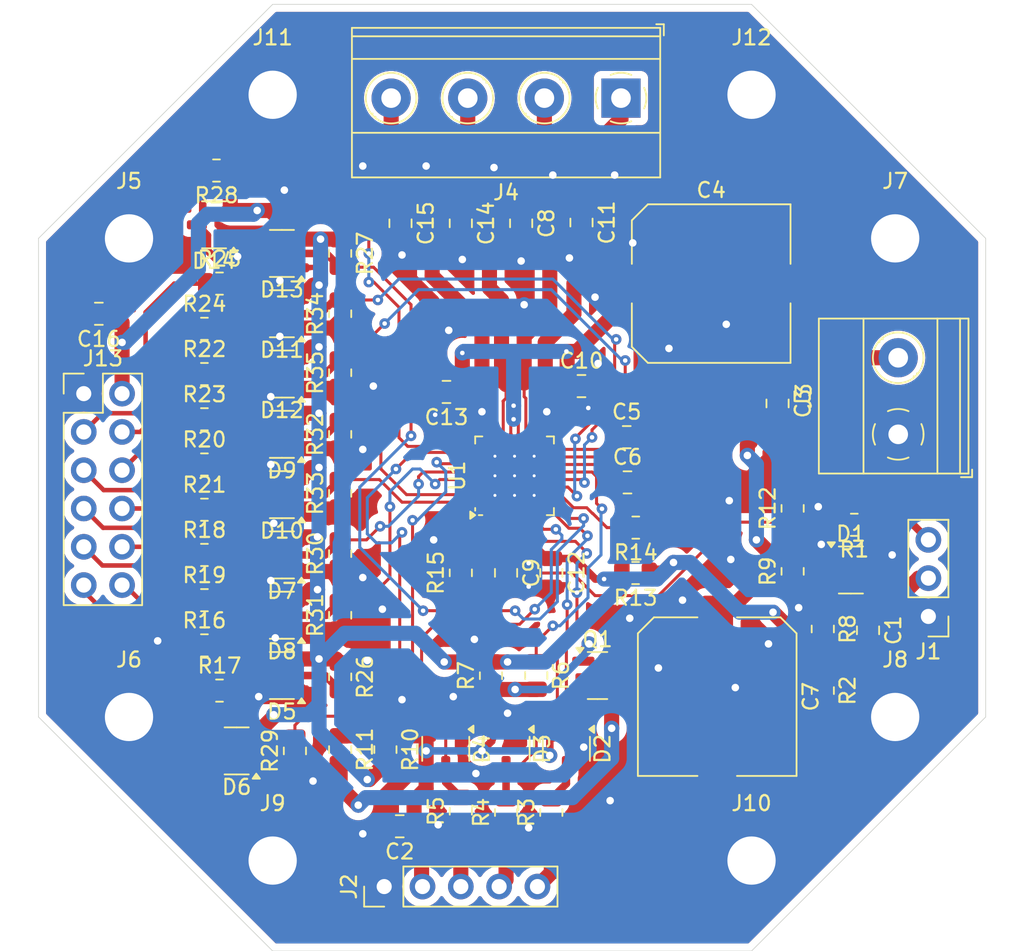
<source format=kicad_pcb>
(kicad_pcb (version 20240108) (generator "pcbnew") (generator_version "8.0")
  (layers (0 "F.Cu" signal) (31 "B.Cu" signal) (34 "B.Paste" user) (35 "F.Paste" user) (36 "B.SilkS" user "B.Silkscreen") (37 "F.SilkS" user "F.Silkscreen") (38 "B.Mask" user) (39 "F.Mask" user) (44 "Edge.Cuts" user))
  (net 0 "")
  (net 1 "/AINV")
  (net 2 "GND")
  (net 3 "/ENCV")
  (net 4 "VCC")
  (net 5 "Net-(U1-V_{CP})")
  (net 6 "Net-(U1-CPI)")
  (net 7 "Net-(U1-CPO)")
  (net 8 "Net-(J4-Pin_4)")
  (net 9 "Net-(U1-V_{1V8})")
  (net 10 "Net-(J4-Pin_3)")
  (net 11 "VDD")
  (net 12 "Net-(J4-Pin_2)")
  (net 13 "Net-(J4-Pin_1)")
  (net 14 "/AIN")
  (net 15 "/ENCN")
  (net 16 "/ENCA")
  (net 17 "/ENCB")
  (net 18 "/DigitalConnector/~{CS}")
  (net 19 "/DigitalConnector/SCLK")
  (net 20 "/DigitalConnector/SDI")
  (net 21 "/DigitalConnector/SDO")
  (net 22 "/DigitalConnector/STEP")
  (net 23 "/DigitalConnector/DIR")
  (net 24 "/DigitalConnector/DIAG0")
  (net 25 "/DigitalConnector/DIAG1")
  (net 26 "/DigitalConnector/~{DRV_EN}")
  (net 27 "/DigitalConnector/~{SLEEP}")
  (net 28 "Net-(J1-Pin_3)")
  (net 29 "Net-(J2-Pin_4)")
  (net 30 "Net-(J2-Pin_3)")
  (net 31 "Net-(J2-Pin_5)")
  (net 32 "Net-(J13-Pin_4)")
  (net 33 "Net-(J13-Pin_12)")
  (net 34 "Net-(J13-Pin_9)")
  (net 35 "Net-(J13-Pin_6)")
  (net 36 "Net-(J13-Pin_8)")
  (net 37 "Net-(J13-Pin_10)")
  (net 38 "Net-(J13-Pin_7)")
  (net 39 "Net-(J13-Pin_3)")
  (net 40 "Net-(J13-Pin_11)")
  (net 41 "Net-(J13-Pin_5)")
  (net 42 "Net-(Q1-G)")
  (net 43 "/OV")
  (net 44 "Net-(U1-UARTEN)")
  (net 45 "Net-(U1-IREF)")
  (footprint "Capacitor_SMD:C_0805_2012Metric" (layer "F.Cu") (at 143 130.95 -90)
    (property "Reference" "C3")
    (property "Value" "1uF")
  )
  (footprint "Resistor_SMD:R_0805_2012Metric" (layer "F.Cu") (at 124 149.0125 90)
    (property "Reference" "R7")
    (property "Value" "10kΩ")
  )
  (footprint "Package_TO_SOT_SMD:SOT-23-3" (layer "F.Cu") (at 125 153.8625 -90)
    (property "Reference" "D3")
    (property "Value" "0.1A")
  )
  (footprint "Capacitor_SMD:C_0805_2012Metric" (layer "F.Cu") (at 126 119 -90)
    (property "Reference" "C8")
    (property "Value" "470pF")
  )
  (footprint "Resistor_SMD:R_0805_2012Metric" (layer "F.Cu") (at 105 135)
    (property "Reference" "R20")
    (property "Value" "100Ω")
  )
  (footprint "Resistor_SMD:R_0805_2012Metric" (layer "F.Cu") (at 117 153.9125 -90)
    (property "Reference" "R10")
    (property "Value" "0Ω")
  )
  (footprint "Resistor_SMD:R_0805_2012Metric" (layer "F.Cu") (at 114 121 -90)
    (property "Reference" "R27")
    (property "Value" "10kΩ")
  )
  (footprint "Resistor_SMD:R_0805_2012Metric" (layer "F.Cu") (at 127 149 -90)
    (property "Reference" "R6")
    (property "Value" "10Ω")
  )
  (footprint "Package_DFN_QFN:TQFN-32-1EP_5x5mm_P0.5mm_EP3.1x3.1mm_ThermalVias" (layer "F.Cu") (at 125.5625 135.75 90)
    (property "Reference" "U1")
    (property "Value" "TMC2240_TQFN")
  )
  (footprint "MountingHole:MountingHole_3.2mm_M3_DIN965_Pad" (layer "F.Cu") (at 141.275 161.275)
    (property "Reference" "J10")
    (property "Value" "Screw_Terminal_01x01")
  )
  (footprint "MountingHole:MountingHole_3.2mm_M3_DIN965_Pad" (layer "F.Cu") (at 100 120)
    (property "Reference" "J5")
    (property "Value" "Screw_Terminal_01x01")
  )
  (footprint "Capacitor_SMD:C_0805_2012Metric" (layer "F.Cu") (at 128 142.1875 -90)
    (property "Reference" "C12")
    (property "Value" "0.1uF")
  )
  (footprint "Resistor_SMD:R_0805_2012Metric" (layer "F.Cu") (at 146 150 -90)
    (property "Reference" "R2")
    (property "Value" "NSΩ")
  )
  (footprint "Capacitor_SMD:C_0805_2012Metric" (layer "F.Cu") (at 130 129.8)
    (property "Reference" "C10")
    (property "Value" "1uF")
  )
  (footprint "Capacitor_SMD:C_Elec_10x10.2" (layer "F.Cu") (at 138.6 123)
    (property "Reference" "C4")
    (property "Value" "100uF")
  )
  (footprint "Resistor_SMD:R_0805_2012Metric" (layer "F.Cu") (at 144 137.9125 90)
    (property "Reference" "R12")
    (property "Value" "10kΩ")
  )
  (footprint "Resistor_SMD:R_0805_2012Metric" (layer "F.Cu") (at 105 126)
    (property "Reference" "R24")
    (property "Value" "100Ω")
  )
  (footprint "Resistor_SMD:R_0805_2012Metric" (layer "F.Cu") (at 105 129)
    (property "Reference" "R22")
    (property "Value" "100Ω")
  )
  (footprint "Package_TO_SOT_SMD:SOT-23-3" (layer "F.Cu") (at 110.1375 129 180)
    (property "Reference" "D12")
    (property "Value" "0.1A")
  )
  (footprint "MountingHole:MountingHole_3.2mm_M3_DIN965_Pad" (layer "F.Cu") (at 141.275 110.475)
    (property "Reference" "J12")
    (property "Value" "Screw_Terminal_01x01")
  )
  (footprint "MountingHole:MountingHole_3.2mm_M3_DIN965_Pad" (layer "F.Cu") (at 100 151.75)
    (property "Reference" "J6")
    (property "Value" "Screw_Terminal_01x01")
  )
  (footprint "Resistor_SMD:R_0805_2012Metric" (layer "F.Cu") (at 144 142.0875 90)
    (property "Reference" "R9")
    (property "Value" "NSΩ")
  )
  (footprint "Resistor_SMD:R_0805_2012Metric" (layer "F.Cu") (at 114 145 90)
    (property "Reference" "R31")
    (property "Value" "10kΩ")
  )
  (footprint "Capacitor_SMD:C_0805_2012Metric" (layer "F.Cu") (at 121.05 130.1875 180)
    (property "Reference" "C13")
    (property "Value" "1uF")
  )
  (footprint "Capacitor_SMD:C_0805_2012Metric" (layer "F.Cu") (at 130 118.95 -90)
    (property "Reference" "C11")
    (property "Value" "470pF")
  )
  (footprint "Resistor_SMD:R_0805_2012Metric" (layer "F.Cu") (at 128 158.0875 90)
    (property "Reference" "R3")
    (property "Value" "100Ω")
  )
  (footprint "Resistor_SMD:R_0805_2012Metric" (layer "F.Cu") (at 114 149.0875 -90)
    (property "Reference" "R26")
    (property "Value" "10kΩ")
  )
  (footprint "Capacitor_SMD:C_0805_2012Metric" (layer "F.Cu") (at 122 119 -90)
    (property "Reference" "C14")
    (property "Value" "470pF")
  )
  (footprint "Package_TO_SOT_SMD:SOT-23-3" (layer "F.Cu") (at 110.1375 137 180)
    (property "Reference" "D10")
    (property "Value" "0.1A")
  )
  (footprint "Package_TO_SOT_SMD:SOT-23-3" (layer "F.Cu") (at 129 153.8625 -90)
    (property "Reference" "D2")
    (property "Value" "0.1A")
  )
  (footprint "Resistor_SMD:R_0805_2012Metric" (layer "F.Cu") (at 105 141)
    (property "Reference" "R18")
    (property "Value" "100Ω")
  )
  (footprint "TerminalBlock_Phoenix:TerminalBlock_Phoenix_MKDS-1,5-4-5.08_1x04_P5.08mm_Horizontal" (layer "F.Cu") (at 132.62 110.695 180)
    (property "Reference" "J4")
    (property "Value" "Motor")
  )
  (footprint "Capacitor_SMD:C_Elec_10x10.2" (layer "F.Cu") (at 139 150.4 -90)
    (property "Reference" "C7")
    (property "Value" "100uF")
  )
  (footprint "Resistor_SMD:R_0805_2012Metric" (layer "F.Cu") (at 114 136.9125 90)
    (property "Reference" "R33")
    (property "Value" "10kΩ")
  )
  (footprint "Capacitor_SMD:C_0805_2012Metric" (layer "F.Cu") (at 118 119 -90)
    (property "Reference" "C15")
    (property "Value" "470pF")
  )
  (footprint "MountingHole:MountingHole_3.2mm_M3_DIN965_Pad" (layer "F.Cu") (at 150.8 151.75)
    (property "Reference" "J8")
    (property "Value" "Screw_Terminal_01x01")
  )
  (footprint "Package_TO_SOT_SMD:SOT-23-3" (layer "F.Cu") (at 147.8625 142)
    (property "Reference" "D1")
    (property "Value" "0.1A")
  )
  (footprint "Package_TO_SOT_SMD:SOT-23-3" (layer "F.Cu") (at 110.1375 121 180)
    (property "Reference" "D13")
    (property "Value" "0.1A")
  )
  (footprint "Resistor_SMD:R_0805_2012Metric" (layer "F.Cu") (at 106 123)
    (property "Reference" "R25")
    (property "Value" "100Ω")
  )
  (footprint "Resistor_SMD:R_0805_2012Metric" (layer "F.Cu") (at 125 158.0875 90)
    (property "Reference" "R4")
    (property "Value" "100Ω")
  )
  (footprint "Resistor_SMD:R_0805_2012Metric" (layer "F.Cu") (at 114 153.9125 -90)
    (property "Reference" "R11")
    (property "Value" "NSΩ")
  )
  (footprint "MountingHole:MountingHole_3.2mm_M3_DIN965_Pad" (layer "F.Cu") (at 109.525 161.275)
    (property "Reference" "J9")
    (property "Value" "Screw_Terminal_01x01")
  )
  (footprint "MountingHole:MountingHole_3.2mm_M3_DIN965_Pad" (layer "F.Cu") (at 150.8 120)
    (property "Reference" "J7")
    (property "Value" "Screw_Terminal_01x01")
  )
  (footprint "Resistor_SMD:R_0805_2012Metric" (layer "F.Cu") (at 106 150)
    (property "Reference" "R17")
    (property "Value" "100Ω")
  )
  (footprint "Package_TO_SOT_SMD:SOT-23-3" (layer "F.Cu") (at 107.1375 154 180)
    (property "Reference" "D6")
    (property "Value" "0.1A")
  )
  (footprint "Package_TO_SOT_SMD:SOT-23-3" (layer "F.Cu") (at 110.1375 149 180)
    (property "Reference" "D5")
    (property "Value" "0.1A")
  )
  (footprint "Package_TO_SOT_SMD:SOT-23-3" (layer "F.Cu") (at 110.1375 145 180)
    (property "Reference" "D8")
    (property "Value" "0.1A")
  )
  (footprint "Resistor_SMD:R_0805_2012Metric" (layer "F.Cu") (at 122 142.1875 90)
    (property "Reference" "R15")
    (property "Value" "1kΩ")
  )
  (footprint "Capacitor_SMD:C_0805_2012Metric" (layer "F.Cu") (at 133 133.1875)
    (property "Reference" "C5")
    (property "Value" "1uF")
  )
  (footprint "Capacitor_SMD:C_0805_2012Metric" (layer "F.Cu") (at 125 142.1875 -90)
    (property "Reference" "C9")
    (property "Value" "10uF")
  )
  (footprint "Resistor_SMD:R_0805_2012Metric" (layer "F.Cu") (at 114 133 90)
    (property "Reference" "R32")
    (property "Value" "10kΩ")
  )
  (footprint "Capacitor_SMD:C_0805_2012Metric" (layer "F.Cu") (at 117.95 159 180)
    (property "Reference" "C2")
    (property "Value" "0.1uF")
  )
  (footprint "Package_TO_SOT_SMD:SOT-23" (layer "F.Cu") (at 131.0625 149)
    (property "Reference" "Q1")
    (property "Value" "Q_NMOS_GSD")
  )
  (footprint "Package_TO_SOT_SMD:SOT-23-3" (layer "F.Cu") (at 121 153.8625 -90)
    (property "Reference" "D4")
    (property "Value" "0.1A")
  )
  (footprint "Resistor_SMD:R_0805_2012Metric" (layer "F.Cu") (at 133.5875 142.2 180)
    (property "Reference" "R13")
    (property "Value" "NSΩ")
  )
  (footprint "Capacitor_SMD:C_0805_2012Metric" (layer "F.Cu") (at 98 125 180)
    (property "Reference" "C16")
    (property "Value" "0.1uF")
  )
  (footprint "TerminalBlock_Phoenix:TerminalBlock_Phoenix_MKDS-1,5-2-5.08_1x02_P5.08mm_Horizontal" (layer "F.Cu") (at 151 133 90)
    (property "Reference" "J3")
    (property "Value" "V_{MOTOR}")
  )
  (footprint "Resistor_SMD:R_0805_2012Metric" (layer "F.Cu") (at 105 132)
    (property "Reference" "R23")
    (property "Value" "100Ω")
  )
  (footprint "Connector_PinHeader_2.54mm:PinHeader_1x03_P2.54mm_Vertical" (layer "F.Cu") (at 153 145.08 180)
    (property "Reference" "J1")
    (property "Value" "AIN")
  )
  (footprint "Package_TO_SOT_SMD:SOT-23-3" (layer "F.Cu") (at 110.1375 141 180)
    (property "Reference" "D7")
    (property "Value" "0.1A")
  )
  (footprint "Resistor_SMD:R_0805_2012Metric" (layer "F.Cu") (at 146 145.9125 -90)
    (property "Reference" "R8")
    (property "Value" "0Ω")
  )
  (footprint "Package_TO_SOT_SMD:SOT-23-3" (layer "F.Cu") (at 110.1375 133 180)
    (property "Reference" "D9")
    (property "Value" "0.1A")
  )
  (footprint "Resistor_SMD:R_0805_2012Metric" (layer "F.Cu") (at 148.0875 139 180)
    (property "Reference" "R1")
    (property "Value" "100Ω")
  )
  (footprint "Resistor_SMD:R_0805_2012Metric" (layer "F.Cu") (at 105 138)
    (property "Reference" "R21")
    (property "Value" "100Ω")
  )
  (footprint "Resistor_SMD:R_0805_2012Metric" (layer "F.Cu") (at 114 140.9125 90)
    (property "Reference" "R30")
    (property "Value" "10kΩ")
  )
  (footprint "Resistor_SMD:R_0805_2012Metric" (layer "F.Cu") (at 122 158 90)
    (property "Reference" "R5")
    (property "Value" "100Ω")
  )
  (footprint "Package_TO_SOT_SMD:SOT-23-3" (layer "F.Cu") (at 105.6375 119.1 180)
    (property "Reference" "D14")
    (property "Value" "0.1A")
  )
  (footprint "Resistor_SMD:R_0805_2012Metric" (layer "F.Cu") (at 105.8 115.5 180)
    (property "Reference" "R28")
    (property "Value" "10kΩ")
  )
  (footprint "Resistor_SMD:R_0805_2012Metric" (layer "F.Cu") (at 133.6 139.1875 180)
    (property "Reference" "R14")
    (property "Value" "1kΩ")
  )
  (footprint "Resistor_SMD:R_0805_2012Metric" (layer "F.Cu") (at 111 154 90)
    (property "Reference" "R29")
    (property "Value" "10kΩ")
  )
  (footprint "Package_TO_SOT_SMD:SOT-23-3" (layer "F.Cu") (at 110.1375 125 180)
    (property "Reference" "D11")
    (property "Value" "0.1A")
  )
  (footprint "Resistor_SMD:R_0805_2012Metric" (layer "F.Cu") (at 114 128.9125 90)
    (property "Reference" "R35")
    (property "Value" "10kΩ")
  )
  (footprint "Capacitor_SMD:C_0805_2012Metric" (layer "F.Cu") (at 133.05 136.1875)
    (property "Reference" "C6")
    (property "Value" "22nF 50V")
  )
  (footprint "MountingHole:MountingHole_3.2mm_M3_DIN965_Pad" (layer "F.Cu") (at 109.525 110.475)
    (property "Reference" "J11")
    (property "Value" "Screw_Terminal_01x01")
  )
  (footprint "Resistor_SMD:R_0805_2012Metric" (layer "F.Cu") (at 105 144)
    (property "Reference" "R19")
    (property "Value" "100Ω")
  )
  (footprint "Connector_PinHeader_2.54mm:PinHeader_1x05_P2.54mm_Vertical" (layer "F.Cu") (at 116.92 163 90)
    (property "Reference" "J2")
    (property "Value" "Encoder")
  )
  (footprint "Resistor_SMD:R_0805_2012Metric" (layer "F.Cu") (at 114 125 90)
    (property "Reference" "R34")
    (property "Value" "10kΩ")
  )
  (footprint "Capacitor_SMD:C_0805_2012Metric" (layer "F.Cu") (at 149 146 -90)
    (property "Reference" "C1")
    (property "Value" "0.1uF")
  )
  (footprint "Connector_PinHeader_2.54mm:PinHeader_2x06_P2.54mm_Vertical" (layer "F.Cu") (at 97 130.3)
    (property "Reference" "J13")
    (property "Value" "Control")
  )
  (footprint "Resistor_SMD:R_0805_2012Metric" (layer "F.Cu") (at 105 147)
    (property "Reference" "R16")
    (property "Value" "100Ω")
  )
  (gr_line (start 94 120) (end 94 151.75) (stroke (width 0.05)) (layer "Edge.Cuts"))
  (gr_line (start 141.275 104.475) (end 156.8 120) (stroke (width 0.05)) (layer "Edge.Cuts"))
  (gr_line (start 109.525 104.475) (end 141.275 104.475) (stroke (width 0.05)) (layer "Edge.Cuts"))
  (gr_line (start 94 120) (end 109.525 104.475) (stroke (width 0.05)) (layer "Edge.Cuts"))
  (gr_line (start 141.275 167.275) (end 156.8 151.75) (stroke (width 0.05)) (layer "Edge.Cuts"))
  (gr_line (start 109.525 167.275) (end 94 151.75) (stroke (width 0.05)) (layer "Edge.Cuts"))
  (gr_line (start 156.8 120) (end 156.8 151.75) (stroke (width 0.05)) (layer "Edge.Cuts"))
  (gr_line (start 109.525 167.275) (end 141.275 167.275) (stroke (width 0.05)) (layer "Edge.Cuts"))
  (segment (start 149 145.05) (end 149.85 145.05) (width 1) (layer "F.Cu") (net 1))
  (segment (start 146.725 144.275) (end 146 145) (width 1) (layer "F.Cu") (net 1))
  (segment (start 146.725 142.95) (end 146.725 144.275) (width 1) (layer "F.Cu") (net 1))
  (segment (start 144 143) (end 146.675 143) (width 1) (layer "F.Cu") (net 1))
  (segment (start 146.675 143) (end 146.725 142.95) (width 1) (layer "F.Cu") (net 1))
  (segment (start 149.85 145.05) (end 152.36 142.54) (width 1) (layer "F.Cu") (net 1))
  (segment (start 148.95 145) (end 149 145.05) (width 1) (layer "F.Cu") (net 1))
  (segment (start 146 145) (end 148.95 145) (width 1) (layer "F.Cu") (net 1))
  (segment (start 152.36 142.54) (end 153 142.54) (width 1) (layer "F.Cu") (net 1))
  (segment (start 134.7 108) (end 137.175 110.475) (width 1) (layer "F.Cu") (net 2))
  (segment (start 109.6 138.9) (end 110.325 138.9) (width 1) (layer "F.Cu") (net 2))
  (segment (start 104 113.3) (end 106.7 113.3) (width 1) (layer "F.Cu") (net 2))
  (segment (start 129.2 120.7) (end 130 119.9) (width 1) (layer "F.Cu") (net 2))
  (segment (start 122.1 121.4) (end 122.1 120.05) (width 1) (layer "F.Cu") (net 2))
  (segment (start 97.05 125) (end 97.05 122.95) (width 1) (layer "F.Cu") (net 2))
  (segment (start 138.4 154.2) (end 139 154.8) (width 1) (layer "F.Cu") (net 2))
  (segment (start 106.775 120.05) (end 106.775 120.775) (width 1) (layer "F.Cu") (net 2))
  (segment (start 126.5375 143.1375) (end 126.5 143.1) (width 1) (layer "F.Cu") (net 2))
  (segment (start 149 149.95) (end 150.8 151.75) (width 1) (layer "F.Cu") (net 2))
  (segment (start 139 154.8) (end 139 159) (width 1) (layer "F.Cu") (net 2))
  (segment (start 126 121.5) (end 126 119.95) (width 1) (layer "F.Cu") (net 2))
  (segment (start 137.175 110.475) (end 141.275 110.475) (width 1) (layer "F.Cu") (net 2))
  (segment (start 111.425 142.1) (end 111.275 141.95) (width 1) (layer "F.Cu") (net 2))
  (segment (start 102.9 114.4) (end 104 113.3) (width 1) (layer "F.Cu") (net 2))
  (segment (start 150.8 120) (end 153.8 123) (width 1) (layer "F.Cu") (net 2))
  (segment (start 126.5 140.7) (end 126.5 141.55) (width 0.2) (layer "F.Cu") (net 2))
  (segment (start 130.95 130.752944) (end 130.451472 131.251472) (width 1) (layer "F.Cu") (net 2))
  (segment (start 125.3125 138.1875) (end 125.3125 137.3) (width 0.2) (layer "F.Cu") (net 2))
  (segment (start 117 159) (end 117 162.92) (width 1) (layer "F.Cu") (net 2))
  (segment (start 125.1 151.5) (end 125.1 151.875) (width 1) (layer "F.Cu") (net 2))
  (segment (start 97 125.05) (end 97.05 125) (width 1) (layer "F.Cu") (net 2))
  (segment (start 118.1 121.1) (end 118.1 120.05) (width 1) (layer "F.Cu") (net 2))
  (segment (start 144.1 133) (end 143 131.9) (width 1) (layer "F.Cu") (net 2))
  (segment (start 114 141.825) (end 113.725 142.1) (width 1) (layer "F.Cu") (net 2))
  (segment (start 153 145.08) (end 154.52 145.08) (width 1) (layer "F.Cu") (net 2))
  (segment (start 154.52 145.08) (end 155 144.6) (width 1) (layer "F.Cu") (net 2))
  (segment (start 111.275 125.95) (end 110.55 125.95) (width 1) (layer "F.Cu") (net 2))
  (segment (start 111.275 121.759816) (end 111.275 121.95) (width 0.5) (layer "F.Cu") (net 2))
  (segment (start 111.275 133.95) (end 113.9625 133.95) (width 1) (layer "F.Cu") (net 2))
  (segment (start 111 154.9125) (end 110.9625 154.95) (width 1) (layer "F.Cu") (net 2))
  (segment (start 110.9625 154.95) (end 108.275 154.95) (width 1) (layer "F.Cu") (net 2))
  (segment (start 113.9625 125.95) (end 114 125.9125) (width 1) (layer "F.Cu") (net 2))
  (segment (start 122.1 120.05) (end 122 119.95) (width 1) (layer "F.Cu") (net 2))
  (segment (start 115.195 161.275) (end 116.92 163) (width 1) (layer "F.Cu") (net 2))
  (segment (start 134.5125 139.1875) (end 137.6 136.1) (width 1) (layer "F.Cu") (net 2))
  (segment (start 121.5 150.4) (end 121.95 150.85) (width 1) (layer "F.Cu") (net 2))
  (segment (start 122 143.1) (end 124.9625 143.1) (width 1) (layer "F.Cu") (net 2))
  (segment (start 120.1 130.1875) (end 120.1 131.5) (width 1) (layer "F.Cu") (net 2))
  (segment (start 110.325 138.9) (end 111.275 137.95) (width 1) (layer "F.Cu") (net 2))
  (segment (start 153.8 123) (end 153.8 130.2) (width 1) (layer "F.Cu") (net 2))
  (segment (start 124.8125 136.5) (end 125.5625 135.75) (width 0.2) (layer "F.Cu") (net 2))
  (segment (start 110.55 125.95) (end 110 126.5) (width 1) (layer "F.Cu") (net 2))
  (segment (start 143 123) (end 147.8 123) (width 1) (layer "F.Cu") (net 2))
  (segment (start 120.1 124.197056) (end 118.1 122.197056) (width 1) (layer "F.Cu") (net 2))
  (segment (start 147.8 123) (end 150.8 120) (width 1) (layer "F.Cu") (net 2))
  (segment (start 133.4 120.3) (end 140.3 120.3) (width 1) (layer "F.Cu") (net 2))
  (segment (start 113.9625 145.95) (end 114 145.9125) (width 1) (layer "F.Cu") (net 2))
  (segment (start 111.275 129.95) (end 113.875 129.95) (width 1) (layer "F.Cu") (net 2))
  (segment (start 110.425 122.8) (end 111.275 121.95) (width 1) (layer "F.Cu") (net 2))
  (segment (start 102.9 117.1) (end 102.9 114.4) (width 1) (layer "F.Cu") (net 2))
  (segment (start 129.2 121.3) (end 129.2 120.7) (width 1) (layer "F.Cu") (net 2))
  (segment (start 106.7 113.3) (end 109.525 110.475) (width 1) (layer "F.Cu") (net 2))
  (segment (start 130.6 154.2) (end 138.4 154.2) (width 1) (layer "F.Cu") (net 2))
  (segment (start 112.825 110.475) (end 115.3 108) (width 1) (layer "F.Cu") (net 2))
  (segment (start 110.225 135) (end 111.275 133.95) (width 1) (layer "F.Cu") (net 2))
  (segment (start 141 136.1) (end 144.1 133) (width 1) (layer "F.Cu") (net 2))
  (segment (start 111 154.9125) (end 111 159.8) (width 1) (layer "F.Cu") (net 2))
  (segment (start 111.275 137.95) (end 113.875 137.95) (width 1) (layer "F.Cu") (net 2))
  (segment (start 149 146.95) (end 149 149.95) (width 1) (layer "F.Cu") (net 2))
  (segment (start 97.05 122.95) (end 100 120) (width 1) (layer "F.Cu") (net 2))
  (segment (start 120.1 131.5) (end 120.3 131.7) (width 1) (layer "F.Cu") (net 2))
  (segment (start 137.6 136.1) (end 141 136.1) (width 1) (layer "F.Cu") (net 2))
  (segment (start 100 120) (end 102.9 117.1) (width 1) (layer "F.Cu") (net 2))
  (segment (start 155 144.6) (end 155 137) (width 1) (layer "F.Cu") (net 2))
  (segment (start 144.8 137.8) (end 144 137) (width 0.5) (layer "F.Cu") (net 2))
  (segment (start 140.3 120.3) (end 143 123) (width 1) (layer "F.Cu") (net 2))
  (segment (start 141.275 110.475) (end 150.8 120) (width 1) (layer "F.Cu") (net 2))
  (segment (start 129.95 153.55) (end 129.95 152.725) (width 1) (layer "F.Cu") (net 2))
  (segment (start 110.725 146.5) (end 111.275 145.95) (width 1) (layer "F.Cu") (net 2))
  (segment (start 144 133.1) (end 144.1 133) (width 1) (layer "F.Cu") (net 2))
  (segment (start 139 159) (end 141.275 161.275) (width 1) (layer "F.Cu") (net 2))
  (segment (start 118.1 120.05) (end 118 119.95) (width 1) (layer "F.Cu") (net 2))
  (segment (start 146.65 141.05) (end 145.9 140.3) (width 0.5) (layer "F.Cu") (net 2))
  (segment (start 111.275 129.95) (end 109.95 129.95) (width 1) (layer "F.Cu") (net 2))
  (segment (start 130.125 149.95) (end 130.125 152.55) (width 1) (layer "F.Cu") (net 2))
  (segment (start 125 143.1375) (end 126.4625 143.1375) (width 1) (layer "F.Cu") (net 2))
  (segment (start 145.7 137.8) (end 144.8 137.8) (width 0.5) (layer "F.Cu") (net 2))
  (segment (start 153 145.08) (end 153 149.55) (width 1) (layer "F.Cu") (net 2))
  (segment (start 125.3125 139.5125) (end 126.5 140.7) (width 0.2) (layer "F.Cu") (net 2))
  (segment (start 109.95 129.95) (end 109.4 130.5) (width 1) (layer "F.Cu") (net 2))
  (segment (start 125.1 151.875) (end 125.95 152.725) (width 1) (layer "F.Cu") (net 2))
  (segment (start 130.15 153.75) (end 130.6 154.2) (width 1) (layer "F.Cu") (net 2))
  (segment (start 153.8 130.2) (end 151 133) (width 1) (layer "F.Cu") (net 2))
  (segment (start 155 137) (end 151 133) (width 1) (layer "F.Cu") (net 2))
  (segment (start 110 122.8) (end 110.425 122.8) (width 1) (layer "F.Cu") (net 2))
  (segment (start 109.7 146.5) (end 110.725 146.5) (width 1) (layer "F.Cu") (net 2))
  (segment (start 111.275 145.95) (end 113.9625 145.95) (width 1) (layer "F.Cu") (net 2))
  (segment (start 113.725 142.1) (end 111.425 142.1) (width 1) (layer "F.Cu") (net 2))
  (segment (start 153 149.55) (end 150.8 151.75) (width 1) (layer "F.Cu") (net 2))
  (segment (start 128 143.1375) (end 126.5375 143.1375) (width 1) (layer "F.Cu") (net 2))
  (segment (start 109.4 135) (end 110.225 135) (width 1) (layer "F.Cu") (net 2))
  (segment (start 120.1 130.1875) (end 120.1 124.197056) (width 1) (layer "F.Cu") (net 2))
  (segment (start 124.9625 143.1) (end 125 143.1375) (width 1) (layer "F.Cu") (net 2))
  (segment (start 111.275 149.95) (end 110.825 150.4) (width 1) (layer "F.Cu") (net 2))
  (segment (start 109.525 110.475) (end 112.825 110.475) (width 1) (layer "F.Cu") (net 2))
  (segment (start 113.9625 133.95) (end 114 133.9125) (width 1) (layer "F.Cu") (net 2))
  (segment (start 97 130.3) (end 97 125.05) (width 1) (layer "F.Cu") (net 2))
  (segment (start 151 133) (end 144.1 133) (width 1) (layer "F.Cu") (net 2))
  (segment (start 110.825 150.4) (end 108.6 150.4) (width 1) (layer "F.Cu") (net 2))
  (segment (start 121.95 150.85) (end 121.95 152.725) (width 1) (layer "F.Cu") (net 2))
  (segment (start 106.775 120.775) (end 107.2 121.2) (width 1) (layer "F.Cu") (net 2))
  (segment (start 117 162.92) (end 116.92 163) (width 1) (layer "F.Cu") (net 2))
  (segment (start 109.4 142.7) (end 110.525 142.7) (width 1) (layer "F.Cu") (net 2))
  (segment (start 130.15 153.75) (end 129.95 153.55) (width 1) (layer "F.Cu") (net 2))
  (segment (start 111.275 125.95) (end 113.9625 125.95) (width 1) (layer "F.Cu") (net 2))
  (segment (start 113.875 129.95) (end 114 129.825) (width 1) (layer "F.Cu") (net 2))
  (segment (start 123.125 136.5) (end 124.8125 136.5) (width 0.2) (layer "F.Cu") (net 2))
  (segment (start 144 137) (end 144 133.1) (width 1) (layer "F.Cu") (net 2))
  (segment (start 109.525 161.275) (end 115.195 161.275) (width 1) (layer "F.Cu") (net 2))
  (segment (start 115.3 108) (end 134.7 108) (width 1) (layer "F.Cu") (net 2))
  (segment (start 130.125 152.55) (end 129.95 152.725) (width 1) (layer "F.Cu") (net 2))
  (segment (start 109.525 161.275) (end 100 151.75) (width 1) (layer "F.Cu") (net 2))
  (segment (start 113.875 137.95) (end 114 137.825) (width 1) (layer "F.Cu") (net 2))
  (segment (start 118.1 122.197056) (end 118.1 121.1) (width 1) (layer "F.Cu") (net 2))
  (segment (start 141.275 161.275) (end 150.8 151.75) (width 1) (layer "F.Cu") (net 2))
  (segment (start 125.3125 138.1875) (end 125.3125 139.5125) (width 0.2) (layer "F.Cu") (net 2))
  (segment (start 126.4625 143.1375) (end 126.5 143.1) (width 1) (layer "F.Cu") (net 2))
  (segment (start 130.95 129.8) (end 130.95 130.752944) (width 1) (layer "F.Cu") (net 2))
  (segment (start 125.3125 137.3) (end 125.5625 137.05) (width 0.2) (layer "F.Cu") (net 2))
  (segment (start 146.725 141.05) (end 146.65 141.05) (width 0.5) (layer "F.Cu") (net 2))
  (segment (start 111 159.8) (end 109.525 161.275) (width 1) (layer "F.Cu") (net 2))
  (segment (start 110.525 142.7) (end 111.275 141.95) (width 1) (layer "F.Cu") (net 2))
  (via (at 118.1 150.6) (size 1) (drill 0.5) (layers "F.Cu" "B.Cu") (net 2))
  (via (at 124.2 115.3) (size 1) (drill 0.5) (layers "F.Cu" "B.Cu") (net 2))
  (via (at 110.3 116.8) (size 1) (drill 0.5) (layers "F.Cu" "B.Cu") (net 2))
  (via (at 130.15 153.75) (size 1) (drill 0.5) (layers "F.Cu" "B.Cu") (net 2))
  (via (at 119.7 115.2) (size 1) (drill 0.5) (layers "F.Cu" "B.Cu") (net 2))
  (via (at 131.9 157.3) (size 1) (drill 0.5) (layers "F.Cu" "B.Cu") (net 2))
  (via (at 108.6 150.4) (size 1) (drill 0.5) (layers "F.Cu" "B.Cu") (net 2))
  (via (at 115.8 148) (size 1) (drill 0.5) (layers "F.Cu" "B.Cu") (net 2))
  (via (at 122.1 121.4) (size 1) (drill 0.5) (layers "F.Cu" "B.Cu") (net 2))
  (via (at 130.9 123.9) (size 1) (drill 0.5) (layers "F.Cu" "B.Cu") (net 2))
  (via (at 135.1 148.5) (size 1) (drill 0.5) (layers "F.Cu" "B.Cu") (net 2))
  (via (at 110 122.8) (size 1) (drill 0.5) (layers "F.Cu" "B.Cu") (net 2))
  (via (at 101.9 146.7) (size 1) (drill 0.5) (layers "F.Cu" "B.Cu") (net 2))
  (via (at 116.8 144.6) (size 1) (drill 0.5) (layers "F.Cu" "B.Cu") (net 2))
  (via (at 121.2 126.1) (size 1) (drill 0.5) (layers "F.Cu" "B.Cu") (net 2))
  (via (at 122.9 146.6) (size 1) (drill 0.5) (layers "F.Cu" "B.Cu") (net 2))
  (via (at 107.2 121.2) (size 1) (drill 0.5) (layers "F.Cu" "B.Cu") (net 2))
  (via (at 109.4 130.5) (size 1) (drill 0.5) (layers "F.Cu" "B.Cu") (net 2))
  (via (at 125.1 151.5) (size 1) (drill 0.5) (layers "F.Cu" "B.Cu") (net 2))
  (via (at 112.2 156) (size 1) (drill 0.5) (layers "F.Cu" "B.Cu") (net 2))
  (via (at 145.9 140.3) (size 1) (drill 0.5) (layers "F.Cu" "B.Cu") (net 2))
  (via (at 126.5 159.1) (size 1) (drill 0.5) (layers "F.Cu" "B.Cu") (net 2))
  (via (at 139.9 141.3) (size 1) (drill 0.5) (layers "F.Cu" "B.Cu") (net 2))
  (via (at 115.5 134) (size 1) (drill 0.5) (layers "F.Cu" "B.Cu") (net 2))
  (via (at 126.2 124.4) (size 1) (drill 0.5) (layers "F.Cu" "B.Cu") (net 2))
  (via (at 126.5 141.55) (size 0.7) (drill 0.3) (layers "F.Cu" "B.Cu") (net 2))
  (via (at 109.4 135) (size 1) (drill 0.5) (layers "F.Cu" "B.Cu") (net 2))
  (via (at 130.451472 131.251472) (size 0.7) (drill 0.3) (layers "F.Cu" "B.Cu") (net 2))
  (via (at 135.8 127.3) (size 1) (drill 0.5) (layers "F.Cu" "B.Cu") (net 2))
  (via (at 120.5 158.9) (size 1) (drill 0.5) (layers "F.Cu" "B.Cu") (net 2))
  (via (at 128.1 115.8) (size 1) (drill 0.5) (layers "F.Cu" "B.Cu") (net 2))
  (via (at 118.1 121.1) (size 1) (drill 0.5) (layers "F.Cu" "B.Cu") (net 2))
  (via (at 139.6 125.7) (size 1) (drill 0.5) (layers "F.Cu" "B.Cu") (net 2))
  (via (at 110 126.5) (size 1) (drill 0.5) (layers "F.Cu" "B.Cu") (net 2))
  (via (at 126.5 143.1) (size 0.7) (drill 0.3) (layers "F.Cu" "B.Cu") (net 2))
  (via (at 115.5 115.2) (size 1) (drill 0.5) (layers "F.Cu" "B.Cu") (net 2))
  (via (at 129.2 121.3) (size 1) (drill 0.5) (layers "F.Cu" "B.Cu") (net 2))
  (via (at 142.4 146.9) (size 1) (drill 0.5) (layers "F.Cu" "B.Cu") (net 2))
  (via (at 123 155.5) (size 1) (drill 0.5) (layers "F.Cu" "B.Cu") (net 2))
  (via (at 109.7 146.5) (size 1) (drill 0.5) (layers "F.Cu" "B.Cu") (net 2))
  (via (at 109.4 142.7) (size 1) (drill 0.5) (layers "F.Cu" "B.Cu") (net 2))
  (via (at 127.7 131.5) (size 1) (drill 0.5) (layers "F.Cu" "B.Cu") (net 2))
  (via (at 133.2 145.2) (size 1) (drill 0.5) (layers "F.Cu" "B.Cu") (net 2))
  (via (at 145.7 137.8) (size 1) (drill 0.5) (layers "F.Cu" "B.Cu") (net 2))
  (via (at 126 121.5) (size 1) (drill 0.5) (layers "F.Cu" "B.Cu") (net 2))
  (via (at 121.5 150.4) (size 1) (drill 0.5) (layers "F.Cu" "B.Cu") (net 2))
  (via (at 150.6 141) (size 1) (drill 0.5) (layers "F.Cu" "B.Cu") (net 2))
  (via (at 115.5 159.5) (size 1) (drill 0.5) (layers "F.Cu" "B.Cu") (net 2))
  (via (at 139.8 137.4) (size 1) (drill 0.5) (layers "F.Cu" "B.Cu") (net 2))
  (via (at 144.4 144.5) (size 1) (drill 0.5) (layers "F.Cu" "B.Cu") (net 2))
  (via (at 120.2 140) (size 1) (drill 0.5) (layers "F.Cu" "B.Cu") (net 2))
  (via (at 140.2 149.8) (size 1) (drill 0.5) (layers "F.Cu" "B.Cu") (net 2))
  (via (at 115.5 142.5) (size 1) (drill 0.5) (layers "F.Cu" "B.Cu") (net 2))
  (via (at 133.4 120.3) (size 1) (drill 0.5) (layers "F.Cu" "B.Cu") (net 2))
  (via (at 116.2 129.8) (size 1) (drill 0.5) (layers "F.Cu" "B.Cu") (net 2))
  (via (at 123.4 131.5) (size 1) (drill 0.5) (layers "F.Cu" "B.Cu") (net 2))
  (via (at 132.2 115.8) (size 1) (drill 0.5) (layers "F.Cu" "B.Cu") (net 2))
  (via (at 109.6 138.9) (size 1) (drill 0.5) (layers "F.Cu" "B.Cu") (net 2))
  (via (at 136.7 144) (size 1) (drill 0.5) (layers "F.Cu" "B.Cu") (net 2))
  (via (at 131.1 128.3) (size 1) (drill 0.5) (layers "F.Cu" "B.Cu") (net 2))
  (via (at 120.3 131.7) (size 0.7) (drill 0.3) (layers "F.Cu" "B.Cu") (net 2))
  (segment (start 132.4 120.3) (end 133.4 120.3) (width 1) (layer "B.Cu") (net 2))
  (segment (start 113.8 116.8) (end 118.1 121.1) (width 1) (layer "B.Cu") (net 2))
  (segment (start 131.7 120.3) (end 132.4 120.3) (width 1) (layer "B.Cu") (net 2))
  (segment (start 109.4 127.1) (end 110 126.5) (width 1) (layer "B.Cu") (net 2))
  (segment (start 109.7 146.5) (end 109.7 143) (width 1) (layer "B.Cu") (net 2))
  (segment (start 108.6 150.4) (end 108.6 147.6) (width 1) (layer "B.Cu") (net 2))
  (segment (start 121.5125 131.7) (end 124.2625 134.45) (width 1) (layer "B.Cu") (net 2))
  (segment (start 108.6 150.4) (end 101.35 150.4) (width 1) (layer "B.Cu") (net 2))
  (segment (start 107.2 121.2) (end 108.4 121.2) (width 1) (layer "B.Cu") (net 2))
  (segment (start 110.3 116.8) (end 110.3 111.25) (width 1) (layer "B.Cu") (net 2))
  (segment (start 110.3 116.8) (end 113.8 116.8) (width 1) (layer "B.Cu") (net 2))
  (segment (start 110 126.5) (end 110 122.8) (width 1) (layer "B.Cu") (net 2))
  (segment (start 123.5 143.1) (end 122.2 144.4) (width 1) (layer "B.Cu") (net 2))
  (segment (start 126.5 141.55) (end 126.5 143.1) (width 0.2) (layer "B.Cu") (net 2))
  (segment (start 127.9 151.5) (end 125.1 151.5) (width 1) (layer "B.Cu") (net 2))
  (segment (start 130.7 121.3) (end 131.7 120.3) (width 1) (layer "B.Cu") (net 2))
  (segment (start 110.6 117.1) (end 110.3 116.8) (width 1) (layer "B.Cu") (net 2))
  (segment (start 122.2 145.9) (end 122.9 146.6) (width 1) (layer "B.Cu") (net 2))
  (segment (start 104.1 117.1) (end 104.4 116.8) (width 1) (layer "B.Cu") (net 2))
  (segment (start 118.1 121.1) (end 121.8 121.1) (width 1) (layer "B.Cu") (net 2))
  (segment (start 130.061028 131.251472) (end 126.8625 134.45) (width 1) (layer "B.Cu") (net 2))
  (segment (start 145.9 140.3) (end 145.9 138) (width 0.5) (layer "B.Cu") (net 2))
  (segment (start 130.451472 131.251472) (end 130.061028 131.251472) (width 1) (layer "B.Cu") (net 2))
  (segment (start 110.6 118.4) (end 110.6 117.1) (width 1) (layer "B.Cu") (net 2))
  (segment (start 130.15 153.75) (end 127.9 151.5) (width 1) (layer "B.Cu") (net 2))
  (segment (start 109.4 135) (end 109.4 127.1) (width 1) (layer "B.Cu") (net 2))
  (segment (start 129.2 121.3) (end 130.7 121.3) (width 1) (layer "B.Cu") (net 2))
  (segment (start 109.6 135.2) (end 109.4 135) (width 1) (layer "B.Cu") (net 2))
  (segment (start 126.5 143.1) (end 123.5 143.1) (width 1) (layer "B.Cu") (net 2))
  (segment (start 104.4 116.8) (end 110.3 116.8) (width 1) (layer "B.Cu") (net 2))
  (segment (start 129 121.5) (end 129.2 121.3) (width 1) (layer "B.Cu") (net 2))
  (segment (start 121.5 150.4) (end 122.2 149.7) (width 1) (layer "B.Cu") (net 2))
  (segment (start 122.2 149.7) (end 122.2 147.3) (width 1) (layer "B.Cu") (net 2))
  (segment (start 108.4 121.2) (end 110 122.8) (width 1) (layer "B.Cu") (net 2))
  (segment (start 121.8 121.1) (end 122.1 121.4) (width 1) (layer "B.Cu") (net 2))
  (segment (start 122.2 144.4) (end 122.2 145.9) (width 1) (layer "B.Cu") (net 2))
  (segment (start 122.2 147.3) (end 122.9 146.6) (width 1) (layer "B.Cu") (net 2))
  (segment (start 102.9 117.1) (end 104.1 117.1) (width 1) (layer "B.Cu") (net 2))
  (segment (start 107.2 121.2) (end 107.8 121.2) (width 1) (layer "B.Cu") (net 2))
  (segment (start 107.8 121.2) (end 110.6 118.4) (width 1) (layer "B.Cu") (net 2))
  (segment (start 121.5 150.4) (end 122.6 151.5) (width 1) (layer "B.Cu") (net 2))
  (segment (start 110.3 111.25) (end 109.525 110.475) (width 1) (layer "B.Cu") (net 2))
  (segment (start 108.6 147.6) (end 109.7 146.5) (width 1) (layer "B.Cu") (net 2))
  (segment (start 101.35 150.4) (end 100 151.75) (width 1) (layer "B.Cu") (net 2))
  (segment (start 126 121.5) (end 129 121.5) (width 1) (layer "B.Cu") (net 2))
  (segment (start 122.6 151.5) (end 125.1 151.5) (width 1) (layer "B.Cu") (net 2))
  (segment (start 109.6 138.9) (end 109.6 135.2) (width 1) (layer "B.Cu") (net 2))
  (segment (start 109.4 139.1) (end 109.6 138.9) (width 1) (layer "B.Cu") (net 2))
  (segment (start 100 120) (end 102.9 117.1) (width 1) (layer "B.Cu") (net 2))
  (segment (start 109.7 143) (end 109.4 142.7) (width 1) (layer "B.Cu") (net 2))
  (segment (start 120.3 131.7) (end 121.5125 131.7) (width 1) (layer "B.Cu") (net 2))
  (segment (start 109.4 142.7) (end 109.4 139.1) (width 1) (layer "B.Cu") (net 2))
  (segment (start 125.9 121.4) (end 126 121.5) (width 1) (layer "B.Cu") (net 2))
  (segment (start 122.1 121.4) (end 125.9 121.4) (width 1) (layer "B.Cu") (net 2))
  (segment (start 145.9 138) (end 145.7 137.8) (width 0.5) (layer "B.Cu") (net 2))
  (segment (start 124.05 153.35) (end 123.4 154) (width 0.5) (layer "F.Cu") (net 3))
  (segment (start 117 153) (end 119.775 153) (width 1) (layer "F.Cu") (net 3))
  (segment (start 119.4 162.94) (end 119.46 163) (width 1) (layer "F.Cu") (net 3))
  (segment (start 119.775 153) (end 120.05 152.725) (width 1) (layer "F.Cu") (net 3))
  (segment (start 118.9 159) (end 119.4 159.5) (width 1) (layer "F.Cu") (net 3))
  (segment (start 127.9 154.3) (end 127.9 152.875) (width 0.5) (layer "F.Cu") (net 3))
  (segment (start 118.9 159) (end 118.9 157.3) (width 1) (layer "F.Cu") (net 3))
  (segment (start 114 153) (end 117 153) (width 1) (layer "F.Cu") (net 3))
  (segment (start 124.05 152.725) (end 124.05 153.35) (width 0.5) (layer "F.Cu") (net 3))
  (segment (start 127.9 152.875) (end 128.05 152.725) (width 0.5) (layer "F.Cu") (net 3))
  (segment (start 119.4 159.5) (end 119.4 162.94) (width 1) (layer "F.Cu") (net 3))
  (segment (start 118.9 157.3) (end 119.7 156.5) (width 1) (layer "F.Cu") (net 3))
  (segment (start 119.7 153.075) (end 120.05 152.725) (width 1) (layer "F.Cu") (net 3))
  (segment (start 119.7 156.5) (end 119.7 154) (width 1) (layer "F.Cu") (net 3))
  (segment (start 119.7 154) (end 119.7 153.075) (width 1) (layer "F.Cu") (net 3))
  (via (at 123.4 154) (size 1) (drill 0.5) (layers "F.Cu" "B.Cu") (net 3))
  (via (at 127.9 154.3) (size 1) (drill 0.5) (layers "F.Cu" "B.Cu") (net 3))
  (via (at 119.7 154) (size 1) (drill 0.5) (layers "F.Cu" "B.Cu") (net 3))
  (segment (start 123.4 154) (end 127.6 154) (width 0.5) (layer "B.Cu") (net 3))
  (segment (start 127.6 154) (end 127.9 154.3) (width 0.5) (layer "B.Cu") (net 3))
  (segment (start 123.4 154) (end 119.7 154) (width 0.5) (layer "B.Cu") (net 3))
  (segment (start 141 134.4) (end 141 133.7) (width 1) (layer "F.Cu") (net 4))
  (segment (start 129.05 129.8) (end 129.05 132.25) (width 1) (layer "F.Cu") (net 4))
  (segment (start 123 133.1) (end 122 132.1) (width 0.2) (layer "F.Cu") (net 4))
  (segment (start 141.2 133.5) (end 141.2 130) (width 1) (layer "F.Cu") (net 4))
  (segment (start 145.08 127.92) (end 143 130) (width 1) (layer "F.Cu") (net 4))
  (segment (start 127.3125 133.3125) (end 127.9875 133.3125) (width 0.2) (layer "F.Cu") (net 4))
  (segment (start 133.95 123.25) (end 134.2 123) (width 1) (layer "F.Cu") (net 4))
  (segment (start 132 152.5) (end 132 149) (width 1) (layer "F.Cu") (net 4))
  (segment (start 114 156.4) (end 114 154.825) (width 1) (layer "F.Cu") (net 4))
  (segment (start 139 146) (end 143.9125 150.9125) (width 1) (layer "F.Cu") (net 4))
  (segment (start 142.775 141.175) (end 141.6 140) (width 1) (layer "F.Cu") (net 4))
  (segment (start 141.2 130) (end 134.2 123) (width 1) (layer "F.Cu") (net 4))
  (segment (start 123.6 133.1) (end 123 133.1) (width 0.2) (layer "F.Cu") (net 4))
  (segment (start 129.05 127.55) (end 129 127.5) (width 1) (layer "F.Cu") (net 4))
  (segment (start 125.8125 133.3125) (end 125.8125 132.3125) (width 0.2) (layer "F.Cu") (net 4))
  (segment (start 122.1 127.6) (end 122.1 130.0875) (width 1) (layer "F.Cu") (net 4))
  (segment (start 133.95 133.1875) (end 133.95 123.25) (width 1) (layer "F.Cu") (net 4))
  (segment (start 141 133.7) (end 141.2 133.5) (width 1) (layer "F.Cu") (net 4))
  (segment (start 123.8125 133.3125) (end 123.6 133.1) (width 0.2) (layer "F.Cu") (net 4))
  (segment (start 127.9875 133.3125) (end 129.05 132.25) (width 0.2) (layer "F.Cu") (net 4))
  (segment (start 144 141.175) (end 143.3 141.175) (width 1) (layer "F.Cu") (net 4))
  (segment (start 129 127.5) (end 129.7 127.5) (width 1) (layer "F.Cu") (net 4))
  (segment (start 151 127.92) (end 145.08 127.92) (width 1) (layer "F.Cu") (net 4))
  (segment (start 139 145.475) (end 139 146) (width 1) (layer "F.Cu") (net 4))
  (segment (start 125.5 132) (end 125.5 131.1) (width 0.5) (layer "F.Cu") (net 4))
  (segment (start 129.7 127.5) (end 134.2 123) (width 1) (layer "F.Cu") (net 4))
  (segment (start 125.3125 132.1875) (end 125.5 132) (width 0.2) (layer "F.Cu") (net 4))
  (segment (start 143.9125 150.9125) (end 146 150.9125) (width 1) (layer "F.Cu") (net 4))
  (segment (start 125.3125 133.3125) (end 125.3125 132.1875) (width 0.2) (layer "F.Cu") (net 4))
  (segment (start 135 146) (end 132 149) (width 1) (layer "F.Cu") (net 4))
  (segment (start 143.3 141.175) (end 139 145.475) (width 1) (layer "F.Cu") (net 4))
  (segment (start 122 130.1875) (end 122 132.1) (width 1) (layer "F.Cu") (net 4))
  (segment (start 129.05 129.8) (end 129.05 127.55) (width 1) (layer "F.Cu") (net 4))
  (segment (start 115.2 157.6) (end 114 156.4) (width 1) (layer "F.Cu") (net 4))
  (segment (start 143 130) (end 141.2 130) (width 1) (layer "F.Cu") (net 4))
  (segment (start 125.8125 132.3125) (end 125.5 132) (width 0.2) (layer "F.Cu") (net 4))
  (segment (start 139 146) (end 135 146) (width 1) (layer "F.Cu") (net 4))
  (segment (start 144 141.175) (end 142.775 141.175) (width 1) (layer "F.Cu") (net 4))
  (segment (start 122.1 130.0875) (end 122 130.1875) (width 1) (layer "F.Cu") (net 4))
  (via (at 115.2 157.6) (size 1) (drill 0.5) (layers "F.Cu" "B.Cu") (net 4))
  (via (at 141 134.4) (size 1) (drill 0.5) (layers "F.Cu" "B.Cu") (net 4))
  (via (at 129 127.5) (size 0.7) (drill 0.3) (layers "F.Cu" "B.Cu") (net 4))
  (via (at 141.6 140) (size 1) (drill 0.5) (layers "F.Cu" "B.Cu") (net 4))
  (via (at 122.1 127.6) (size 0.7) (drill 0.3) (layers "F.Cu" "B.Cu") (net 4))
  (via (at 132 152.5) (size 1) (drill 0.5) (layers "F.Cu" "B.Cu") (net 4))
  (via (at 125.5 131.1) (size 0.7) (drill 0.3) (layers "F.Cu" "B.Cu") (net 4))
  (via (at 125.5 132) (size 0.7) (drill 0.3) (layers "F.Cu" "B.Cu") (net 4))
  (segment (start 115.7 157.1) (end 129.397057 157.1) (width 1) (layer "B.Cu") (net 4))
  (segment (start 141.6 140) (end 141.6 135) (width 1) (layer "B.Cu") (net 4))
  (segment (start 115.2 157.6) (end 115.7 157.1) (width 1) (layer "B.Cu") (net 4))
  (segment (start 129 127.5) (end 125.5 127.5) (width 1) (layer "B.Cu") (net 4))
  (segment (start 132 154.497057) (end 132 152.5) (width 1) (layer "B.Cu") (net 4))
  (segment (start 141.6 135) (end 141 134.4) (width 1) (layer "B.Cu") (net 4))
  (segment (start 125.5 127.5) (end 125.5 131.1) (width 1) (layer "B.Cu") (net 4))
  (segment (start 129.397057 157.1) (end 132 154.497057) (width 1) (layer "B.Cu") (net 4))
  (segment (start 122.2 127.5) (end 122.1 127.6) (width 1) (layer "B.Cu") (net 4))
  (segment (start 125.5 127.5) (end 122.2 127.5) (width 1) (layer "B.Cu") (net 4))
  (segment (start 125.5 131.1) (end 125.5 132) (width 1) (layer "B.Cu") (net 4))
  (segment (start 131.2375 134) (end 132.05 133.1875) (width 0.2) (layer "F.Cu") (net 5))
  (segment (start 128 134) (end 131.2375 134) (width 0.2) (layer "F.Cu") (net 5))
  (segment (start 130.9125 135) (end 132.1 136.1875) (width 0.2) (layer "F.Cu") (net 6))
  (segment (start 128 135) (end 130.9125 135) (width 0.2) (layer "F.Cu") (net 6))
  (segment (start 128 134.5) (end 132.3125 134.5) (width 0.2) (layer "F.Cu") (net 7))
  (segment (start 132.3125 134.5) (end 134 136.1875) (width 0.2) (layer "F.Cu") (net 7))
  (segment (start 124.3125 130.7125) (end 123.7 130.1) (width 0.2) (layer "F.Cu") (net 8))
  (segment (start 123.4 125.8) (end 123.4 129.8) (width 1) (layer "F.Cu") (net 8))
  (segment (start 123.4 129.8) (end 123.7 130.1) (width 1) (layer "F.Cu") (net 8))
  (segment (start 124.3125 133.3125) (end 124.3125 130.7125) (width 0.2) (layer "F.Cu") (net 8))
  (segment (start 118 118.05) (end 119.15 118.05) (width 1) (layer "F.Cu") (net 8))
  (segment (start 119.15 118.05) (end 120.1 119) (width 1) (layer "F.Cu") (net 8))
  (segment (start 120.1 119) (end 120.1 122.5) (width 1) (layer "F.Cu") (net 8))
  (segment (start 120.1 122.5) (end 123.4 125.8) (width 1) (layer "F.Cu") (net 8))
  (segment (start 117.38 110.695) (end 117.38 117.43) (width 1) (layer "F.Cu") (net 8))
  (segment (start 117.38 117.43) (end 118 118.05) (width 1) (layer "F.Cu") (net 8))
  (segment (start 124.8125 141.05) (end 125 141.2375) (width 0.2) (layer "F.Cu") (net 9))
  (segment (start 124.8125 138.1875) (end 124.8125 141.05) (width 0.2) (layer "F.Cu") (net 9))
  (segment (start 124.7 129.4) (end 125 129.7) (width 1) (layer "F.Cu") (net 10))
  (segment (start 122.46 110.695) (end 122.46 117.59) (width 1) (layer "F.Cu") (net 10))
  (segment (start 125 129.7) (end 125 130.6) (width 0.2) (layer "F.Cu") (net 10))
  (segment (start 123.9 119) (end 123.9 123.3) (width 1) (layer "F.Cu") (net 10))
  (segment (start 122.95 118.05) (end 123.9 119) (width 1) (layer "F.Cu") (net 10))
  (segment (start 123.9 123.3) (end 124.7 124.1) (width 1) (layer "F.Cu") (net 10))
  (segment (start 124.8125 130.8125) (end 124.8125 133.3125) (width 0.2) (layer "F.Cu") (net 10))
  (segment (start 124.7 124.1) (end 124.7 129.4) (width 1) (layer "F.Cu") (net 10))
  (segment (start 122 118.05) (end 122.95 118.05) (width 1) (layer "F.Cu") (net 10))
  (segment (start 125 130.6) (end 124.8 130.8) (width 0.2) (layer "F.Cu") (net 10))
  (segment (start 122.46 117.59) (end 122 118.05) (width 1) (layer "F.Cu") (net 10))
  (segment (start 124.8 130.8) (end 124.8125 130.8125) (width 0.2) (layer "F.Cu") (net 10))
  (segment (start 109.375 118.15) (end 111.275 120.05) (width 1) (layer "F.Cu") (net 11))
  (segment (start 131.5 142.6) (end 130.920191 142.6) (width 0.5) (layer "F.Cu") (net 11))
  (segment (start 99.54 130.3) (end 99.54 126.9) (width 1) (layer "F.Cu") (net 11))
  (segment (start 106.7125 115.5) (end 106.7125 118.0875) (width 1) (layer "F.Cu") (net 11))
  (segment (start 124 148.1) (end 120.9 148.1) (width 1) (layer "F.Cu") (net 11))
  (segment (start 99.54 126.9) (end 99.54 125.59) (width 1) (layer "F.Cu") (net 11))
  (segment (start 125.8125 139.1125) (end 127.9375 141.2375) (width 0.2) (layer "F.Cu") (net 11))
  (segment (start 146 146.825) (end 146 149.0875) (width 1) (layer "F.Cu") (net 11))
  (segment (start 112.6 147.9) (end 111.425 147.9) (width 1) (layer "F.Cu") (net 11))
  (segment (start 112.125 135.2) (end 111.275 136.05) (width 1) (layer "F.Cu") (net 11))
  (segment (start 112.6 127.2) (end 112.125 127.2) (width 1) (layer "F.Cu") (net 11))
  (segment (start 109.6 151.725) (end 108.275 153.05) (width 1) (layer "F.Cu") (net 11))
  (segment (start 106.7125 118.0875) (end 106.775 118.15) (width 1) (layer "F.Cu") (net 11))
  (segment (start 106.775 118.15) (end 108.5 118.15) (width 1) (layer "F.Cu") (net 11))
  (segment (start 111.275 120.05) (end 112.7 120.05) (width 1) (layer "F.Cu") (net 11))
  (segment (start 113.725 147.9) (end 114 148.175) (width 1) (layer "F.Cu") (net 11))
  (segment (start 99.54 125.59) (end 98.95 125) (width 1) (layer "F.Cu") (net 11))
  (segment (start 115.925 155.9) (end 117 154.825) (width 1) (layer "F.Cu") (net 11))
  (segment (start 135.4 142.2) (end 134.5 142.2) (width 1) (layer "F.Cu") (net 11))
  (segment (start 112.6 123.1) (end 112.225 123.1) (width 1) (layer "F.Cu") (net 11))
  (segment (start 111.725 131.6) (end 111.275 132.05) (width 1) (layer "F.Cu") (net 11))
  (segment (start 112.6 147.9) (end 113.725 147.9) (width 1) (layer "F.Cu") (net 11))
  (segment (start 144.725 146.825) (end 146 146.825) (width 1) (layer "F.Cu") (net 11))
  (segment (start 112.5 139.8) (end 111.525 139.8) (width 1) (layer "F.Cu") (net 11))
  (segment (start 127.9375 141.2375) (end 128 141.2375) (width 0.2) (layer "F.Cu") (net 11))
  (segment (start 113.9625 120.05) (end 114 120.0875) (width 1) (layer "F.Cu") (net 11))
  (segment (start 130.920191 142.6) (end 129.557691 141.2375) (width 0.5) (layer "F.Cu") (net 11))
  (segment (start 112.025 143.3) (end 111.275 144.05) (width 1) (layer "F.Cu") (net 11))
  (segment (start 112.7 120.05) (end 113.9625 120.05) (width 1) (layer "F.Cu") (net 11))
  (segment (start 142.7 144.8) (end 144.725 146.825) (width 1) (layer "F.Cu") (net 11))
  (segment (start 111.525 139.8) (end 111.275 140.05) (width 1) (layer "F.Cu") (net 11))
  (segment (start 112.6 135.2) (end 112.125 135.2) (width 1) (layer "F.Cu") (net 11))
  (segment (start 125.8125 138.1875) (end 125.8125 139.1125) (width 0.2) (layer "F.Cu") (net 11))
  (segment (start 108.5 118.15) (end 109.375 118.15) (width 1) (layer "F.Cu") (net 11))
  (segment (start 112.6 131.6) (end 111.725 131.6) (width 1) (layer "F.Cu") (net 11))
  (segment (start 112.125 127.2) (end 111.275 128.05) (width 1) (layer "F.Cu") (net 11))
  (segment (start 129.557691 141.2375) (end 128 141.2375) (width 0.5) (layer "F.Cu") (net 11))
  (segment (start 136.1 141.5) (end 135.4 142.2) (width 1) (layer "F.Cu") (net 11))
  (segment (start 111.425 147.9) (end 111.275 148.05) (width 1) (layer "F.Cu") (net 11))
  (segment (start 112.5 143.3) (end 112.025 143.3) (width 1) (layer "F.Cu") (net 11))
  (segment (start 109.6 151.6) (end 109.6 151.725) (width 1) (layer "F.Cu") (net 11))
  (segment (start 124 148.1) (end 125.1 148.1) (width 1) (layer "F.Cu") (net 11))
  (segment (start 115.8 155.9) (end 115.925 155.9) (width 1) (layer "F.Cu") (net 11))
  (segment (start 112.225 123.1) (end 111.275 124.05) (width 1) (layer "F.Cu") (net 11))
  (via (at 112.6 123.1) (size 1) (drill 0.5) (layers "F.Cu" "B.Cu") (net 11))
  (via (at 142.7 144.8) (size 1) (drill 0.5) (layers "F.Cu" "B.Cu") (net 11))
  (via (at 112.5 143.3) (size 1) (drill 0.5) (layers "F.Cu" "B.Cu") (net 11))
  (via (at 112.6 135.2) (size 1) (drill 0.5) (layers "F.Cu" "B.Cu") (net 11))
  (via (at 131.5 142.6) (size 0.7) (drill 0.3) (layers "F.Cu" "B.Cu") (net 11))
  (via (at 115.8 155.9) (size 1) (drill 0.5) (layers "F.Cu" "B.Cu") (net 11))
  (via (at 120.9 148.1) (size 1) (drill 0.5) (layers "F.Cu" "B.Cu") (net 11))
  (via (at 99.54 126.9) (size 1) (drill 0.5) (layers "F.Cu" "B.Cu") (net 11))
  (via (at 112.7 120.05) (size 1) (drill 0.5) (layers "F.Cu" "B.Cu") (net 11))
  (via (at 125.1 148.1) (size 1) (drill 0.5) (layers "F.Cu" "B.Cu") (net 11))
  (via (at 112.6 131.6) (size 1) (drill 0.5) (layers "F.Cu" "B.Cu") (net 11))
  (via (at 136.1 141.5) (size 1) (drill 0.5) (layers "F.Cu" "B.Cu") (net 11))
  (via (at 109.6 151.6) (size 1) (drill 0.5) (layers "F.Cu" "B.Cu") (net 11))
  (via (at 108.5 118.15) (size 1) (drill 0.5) (layers "F.Cu" "B.Cu") (net 11))
  (via (at 112.6 147.9) (size 1) (drill 0.5) (layers "F.Cu" "B.Cu") (net 11))
  (via (at 112.5 139.8) (size 1) (drill 0.5) (layers "F.Cu" "B.Cu") (net 11))
  (via (at 112.6 127.2) (size 1) (drill 0.5) (layers "F.Cu" "B.Cu") (net 11))
  (segment (start 99.75 126.9) (end 104.6 122.05) (width 1) (layer "B.Cu") (net 11))
  (segment (start 125.1 148.1) (end 127.6 148.1) (width 1) (layer "B.Cu") (net 11))
  (segment (start 112.6 147.9) (end 112.6 150.9) (width 1) (layer "B.Cu") (net 11))
  (segment (start 140.5 144.8) (end 142.7 144.8) (width 1) (layer "B.Cu") (net 11))
  (segment (start 99.54 126.9) (end 99.75 126.9) (width 1) (layer "B.Cu") (net 11))
  (segment (start 111.9 151.6) (end 109.6 151.6) (width 1) (layer "B.Cu") (net 11))
  (segment (start 112.6 131.6) (end 112.6 135.2) (width 1) (layer "B.Cu") (net 11))
  (segment (start 137.2 141.5) (end 140.5 144.8) (width 1) (layer "B.Cu") (net 11))
  (segment (start 132.8 142.6) (end 134.7 142.6) (width 0.5) (layer "B.Cu") (net 11))
  (segment (start 105.2 118.4) (end 108.25 118.4) (width 1) (layer "B.Cu") (net 11))
  (segment (start 112.5 139.8) (end 112.5 143.3) (width 1) (layer "B.Cu") (net 11))
  (segment (start 112.6 150.9) (end 112.1 151.4) (width 1) (layer "B.Cu") (net 11))
  (segment (start 136.1 141.5) (end 137.2 141.5) (width 1) (layer "B.Cu") (net 11))
  (segment (start 112.6 139.7) (end 112.5 139.8) (width 1) (layer "B.Cu") (net 11))
  (segment (start 112.6 150.9) (end 112.6 152.7) (width 1) (layer "B.Cu") (net 11))
  (segment (start 104.6 119) (end 105.2 118.4) (width 1) (layer "B.Cu") (net 11))
  (segment (start 112.6 127.2) (end 112.6 131.6) (width 1) (layer "B.Cu") (net 11))
  (segment (start 112.6 123.1) (end 112.6 127.2) (width 1) (layer "B.Cu") (net 11))
  (segment (start 112.5 143.3) (end 112.5 147.8) (width 1) (layer "B.Cu") (net 11))
  (segment (start 112.5 147.8) (end 112.6 147.9) (width 1) (layer "B.Cu") (net 11))
  (segment (start 127.6 148.1) (end 132.8 142.9) (width 1) (layer "B.Cu") (net 11))
  (segment (start 120.9 148.1) (end 119 146.2) (width 1) (layer "B.Cu") (net 11))
  (segment (start 131.5 142.6) (end 132.8 142.6) (width 0.5) (layer "B.Cu") (net 11))
  (segment (start 112.1 151.4) (end 111.9 151.6) (width 1) (layer "B.Cu") (net 11))
  (segment (start 135 142.6) (end 134.7 142.6) (width 1) (layer "B.Cu") (net 11))
  (segment (start 112.6 152.7) (end 115.8 155.9) (width 1) (layer "B.Cu") (net 11))
  (segment (start 108.25 118.4) (end 108.5 118.15) (width 1) (layer "B.Cu") (net 11))
  (segment (start 112.7 120.05) (end 112.7 123) (width 1) (layer "B.Cu") (net 11))
  (segment (start 114.3 146.2) (end 112.6 147.9) (width 1) (layer "B.Cu") (net 11))
  (segment (start 136.1 141.5) (end 135 142.6) (width 1) (layer "B.Cu") (net 11))
  (segment (start 131.5 142.6) (end 134.7 142.6) (width 1) (layer "B.Cu") (net 11))
  (segment (start 104.6 122.05) (end 104.6 119) (width 1) (layer "B.Cu") (net 11))
  (segment (start 112.6 135.2) (end 112.6 139.7) (width 1) (layer "B.Cu") (net 11))
  (segment (start 112.7 123) (end 112.6 123.1) (width 1) (layer "B.Cu") (net 11))
  (segment (start 119 146.2) (end 114.3 146.2) (width 1) (layer "B.Cu") (net 11))
  (segment (start 132.8 142.9) (end 132.8 142.6) (width 1) (layer "B.Cu") (net 11))
  (segment (start 126.2 126.5) (end 126.2 129.6) (width 1) (layer "F.Cu") (net 12))
  (segment (start 127.54 113.46) (end 126 115) (width 1) (layer "F.Cu") (net 12))
  (segment (start 126.2 130.5) (end 126.3125 130.6125) (width 0.2) (layer "F.Cu") (net 12))
  (segment (start 126.2 129.6) (end 126.2 130.5) (width 0.2) (layer "F.Cu") (net 12))
  (segment (start 127.54 110.695) (end 127.54 113.46) (width 1) (layer "F.Cu") (net 12))
  (segment (start 127.25 118.05) (end 127.9 118.7) (width 1) (layer "F.Cu") (net 12))
  (segment (start 127.9 118.7) (end 127.9 124.8) (width 1) (layer "F.Cu") (net 12))
  (segment (start 126 115) (end 126 118.05) (width 1) (layer "F.Cu") (net 12))
  (segment (start 126.3125 130.6125) (end 126.3125 133.3125) (width 0.2) (layer "F.Cu") (net 12))
  (segment (start 126 118.05) (end 127.25 118.05) (width 1) (layer "F.Cu") (net 12))
  (segment (start 127.9 124.8) (end 126.2 126.5) (width 1) (layer "F.Cu") (net 12))
  (segment (start 132.62 110.695) (end 132.62 112.08) (width 1) (layer "F.Cu") (net 13))
  (segment (start 129.5 123.4) (end 129.5 125) (width 1) (layer "F.Cu") (net 13))
  (segment (start 130.9 118) (end 131.8 118.9) (width 1) (layer "F.Cu") (net 13))
  (segment (start 130 118) (end 130.9 118) (width 1) (layer "F.Cu") (net 13))
  (segment (start 129.5 125) (end 127.6 126.9) (width 1) (layer "F.Cu") (net 13))
  (segment (start 131.8 120.7) (end 130.9 121.6) (width 1) (layer "F.Cu") (net 13))
  (segment (start 127.6 129.6) (end 127.6 129.9) (width 0.2) (layer "F.Cu") (net 13))
  (segment (start 127.6 126.9) (end 127.6 129.6) (width 1) (layer "F.Cu") (net 13))
  (segment (start 127.6 129.9) (end 126.8125 130.6875) (width 0.2) (layer "F.Cu") (net 13))
  (segment (start 130 114.7) (end 130 118) (width 1) (layer "F.Cu") (net 13))
  (segment (start 130.9 121.6) (end 129.5 123) (width 1) (layer "F.Cu") (net 13))
  (segment (start 126.8125 130.6875) (end 126.8125 133.3125) (width 0.2) (layer "F.Cu") (net 13))
  (segment (start 131.8 118.9) (end 131.8 120.7) (width 1) (layer "F.Cu") (net 13))
  (segment (start 132.62 112.08) (end 130 114.7) (width 1) (layer "F.Cu") (net 13))
  (segment (start 129.5 123) (end 129.5 123.4) (width 1) (layer "F.Cu") (net 13))
  (segment (start 123.6 140.4) (end 123.6 141.6) (width 0.2) (layer "F.Cu") (net 14))
  (segment (start 139.975 138.825) (end 144 138.825) (width 0.2) (layer "F.Cu") (net 14))
  (segment (start 135.1 143.7) (end 139.975 138.825) (width 0.2) (layer "F.Cu") (net 14))
  (segment (start 144 138.825) (end 147 138.825) (width 0.5) (layer "F.Cu") (net 14))
  (segment (start 147 138.825) (end 147.175 139) (width 0.5) (layer "F.Cu") (net 14))
  (segment (start 147.175 139) (end 147.175 139.375) (width 0.5) (layer "F.Cu") (net 14))
  (segment (start 124.3125 139.6875) (end 123.6 140.4) (width 0.2) (layer "F.Cu") (net 14))
  (segment (start 124.2 142.2) (end 129.4 142.2) (width 0.2) (layer "F.Cu") (net 14))
  (segment (start 149 141.2) (end 149 142) (width 0.5) (layer "F.Cu") (net 14))
  (segment (start 124.3125 138.1875) (end 124.3125 139.6875) (width 0.2) (layer "F.Cu") (net 14))
  (segment (start 123.6 141.6) (end 124.2 142.2) (width 0.2) (layer "F.Cu") (net 14))
  (segment (start 147.175 139.375) (end 149 141.2) (width 0.5) (layer "F.Cu") (net 14))
  (segment (start 129.4 142.2) (end 130.9 143.7) (width 0.2) (layer "F.Cu") (net 14))
  (segment (start 130.9 143.7) (end 135.1 143.7) (width 0.2) (layer "F.Cu") (net 14))
  (segment (start 127.6 140.1) (end 126.3125 138.8125) (width 0.2) (layer "F.Cu") (net 15))
  (segment (start 129.6 140.1) (end 127.6 140.1) (width 0.2) (layer "F.Cu") (net 15))
  (segment (start 130.350781 140.899219) (end 130.350781 140.850781) (width 0.2) (layer "F.Cu") (net 15))
  (segment (start 129 156.175) (end 128 157.175) (width 0.5) (layer "F.Cu") (net 15))
  (segment (start 130.350781 140.850781) (end 129.6 140.1) (width 0.2) (layer "F.Cu") (net 15))
  (segment (start 129.7 143.5) (end 129.7 146.4) (width 0.2) (layer "F.Cu") (net 15))
  (segment (start 126.3125 138.8125) (end 126.3125 138.1875) (width 0.2) (layer "F.Cu") (net 15))
  (segment (start 129 155) (end 129 156.175) (width 0.5) (layer "F.Cu") (net 15))
  (segment (start 129 147.1) (end 129 155) (width 0.2) (layer "F.Cu") (net 15))
  (segment (start 129.7 146.4) (end 129 147.1) (width 0.2) (layer "F.Cu") (net 15))
  (via (at 129.7 143.5) (size 0.7) (drill 0.3) (layers "F.Cu" "B.Cu") (net 15))
  (via (at 130.350781 140.899219) (size 0.7) (drill 0.3) (layers "F.Cu" "B.Cu") (net 15))
  (segment (start 129.7 141.55) (end 130.350781 140.899219) (width 0.2) (layer "B.Cu") (net 15))
  (segment (start 129.7 143.5) (end 129.7 141.55) (width 0.2) (layer "B.Cu") (net 15))
  (segment (start 128.121814 138.1875) (end 127.3125 138.1875) (width 0.2) (layer "F.Cu") (net 16))
  (segment (start 125.9 155) (end 125 155) (width 0.2) (layer "F.Cu") (net 16))
  (segment (start 129.05 146.25) (end 128.4 146.9) (width 0.2) (layer "F.Cu") (net 16))
  (segment (start 129.163173 139.228859) (end 128.121814 138.1875) (width 0.2) (layer "F.Cu") (net 16))
  (segment (start 129.05 144.3) (end 129.05 146.25) (width 0.2) (layer "F.Cu") (net 16))
  (segment (start 125 155) (end 125 157.175) (width 0.5) (layer "F.Cu") (net 16))
  (segment (start 127 153.9) (end 125.9 155) (width 0.2) (layer "F.Cu") (net 16))
  (segment (start 129.896054 139.228859) (end 129.163173 139.228859) (width 0.2) (layer "F.Cu") (net 16))
  (segment (start 130.396587 139.729392) (end 129.896054 139.228859) (width 0.2) (layer "F.Cu") (net 16))
  (segment (start 128.4 150.9) (end 127 152.3) (width 0.2) (layer "F.Cu") (net 16))
  (segment (start 128.4 146.9) (end 128.4 150.9) (width 0.2) (layer "F.Cu") (net 16))
  (segment (start 127 152.3) (end 127 153.9) (width 0.2) (layer "F.Cu") (net 16))
  (via (at 130.396587 139.729392) (size 0.7) (drill 0.3) (layers "F.Cu" "B.Cu") (net 16))
  (via (at 129.05 144.3) (size 0.7) (drill 0.3) (layers "F.Cu" "B.Cu") (net 16))
  (segment (start 130.396587 139.729392) (end 130.396587 139.934174) (width 0.2) (layer "B.Cu") (net 16))
  (segment (start 130.396587 139.934174) (end 129.05 141.280761) (width 0.2) (layer "B.Cu") (net 16))
  (segment (start 129.05 141.280761) (end 129.05 144.3) (width 0.2) (layer "B.Cu") (net 16))
  (segment (start 126.8125 138.626256) (end 126.8125 138.1875) (width 0.2) (layer "F.Cu") (net 17))
  (segment (start 121 156.0875) (end 122 157.0875) (width 0.5) (layer "F.Cu") (net 17))
  (segment (start 121 155) (end 121 151.8) (width 0.2) (layer "F.Cu") (net 17))
  (segment (start 121 155) (end 121 156.0875) (width 0.5) (layer "F.Cu") (net 17))
  (segment (start 119.4 150.2) (end 119.4 146.5) (width 0.2) (layer "F.Cu") (net 17))
  (segment (start 121 151.8) (end 119.4 150.2) (width 0.2) (layer "F.Cu") (net 17))
  (segment (start 127.486244 139.3) (end 126.8125 138.626256) (width 0.2) (layer "F.Cu") (net 17))
  (segment (start 128.3 139.3) (end 127.486244 139.3) (width 0.2) (layer "F.Cu") (net 17))
  (segment (start 120.3 145.6) (end 125.9 145.6) (width 0.2) (layer "F.Cu") (net 17))
  (segment (start 125.9 145.6) (end 126.9 144.6) (width 0.2) (layer "F.Cu") (net 17))
  (segment (start 119.4 146.5) (end 120.3 145.6) (width 0.2) (layer "F.Cu") (net 17))
  (via (at 126.9 144.6) (size 0.7) (drill 0.3) (layers "F.Cu" "B.Cu") (net 17))
  (via (at 128.3 139.3) (size 0.7) (drill 0.3) (layers "F.Cu" "B.Cu") (net 17))
  (segment (start 128.7 139.7) (end 128.7 139.941053) (width 0.2) (layer "B.Cu") (net 17))
  (segment (start 128 140.641054) (end 128 143.5) (width 0.2) (layer "B.Cu") (net 17))
  (segment (start 128.3 139.3) (end 128.7 139.7) (width 0.2) (layer "B.Cu") (net 17))
  (segment (start 128.7 139.941053) (end 128 140.641054) (width 0.2) (layer "B.Cu") (net 17))
  (segment (start 128 143.5) (end 126.9 144.6) (width 0.2) (layer "B.Cu") (net 17))
  (segment (start 117.7 135.3) (end 118.8 134.2) (width 0.2) (layer "F.Cu") (net 18))
  (segment (start 118.8 134.2) (end 121.069239 134.2) (width 0.2) (layer "F.Cu") (net 18))
  (segment (start 113 149) (end 114 150) (width 0.5) (layer "F.Cu") (net 18))
  (segment (start 121.369239 134.5) (end 123.125 134.5) (width 0.2) (layer "F.Cu") (net 18))
  (segment (start 107 147) (end 109 149) (width 0.5) (layer "F.Cu") (net 18))
  (segment (start 117.95 147.55) (end 115.5 150) (width 0.2) (layer "F.Cu") (net 18))
  (segment (start 115.5 150) (end 114 150) (width 0.2) (layer "F.Cu") (net 18))
  (segment (start 118.1 139.5) (end 117.95 139.65) (width 0.2) (layer "F.Cu") (net 18))
  (segment (start 109 149) (end 113 149) (width 0.5) (layer "F.Cu") (net 18))
  (segment (start 117.95 139.65) (end 117.95 147.55) (width 0.2) (layer "F.Cu") (net 18))
  (segment (start 121.069239 134.2) (end 121.369239 134.5) (width 0.2) (layer "F.Cu") (net 18))
  (segment (start 105.9125 147) (end 107 147) (width 0.5) (layer "F.Cu") (net 18))
  (via (at 118.1 139.5) (size 0.7) (drill 0.3) (layers "F.Cu" "B.Cu") (net 18))
  (via (at 117.7 135.3) (size 0.7) (drill 0.3) (layers "F.Cu" "B.Cu") (net 18))
  (segment (start 117.7 135.3) (end 115.8 137.2) (width 0.2) (layer "B.Cu") (net 18))
  (segment (start 117.4 140.2) (end 118.1 139.5) (width 0.2) (layer "B.Cu") (net 18))
  (segment (start 115.8 137.2) (end 115.8 139.6) (width 0.2) (layer "B.Cu") (net 18))
  (segment (start 116.4 140.2) (end 117.4 140.2) (width 0.2) (layer "B.Cu") (net 18))
  (segment (start 115.8 139.6) (end 116.4 140.2) (width 0.2) (layer "B.Cu") (net 18))
  (segment (start 106 154) (end 109.2 154) (width 0.5) (layer "F.Cu") (net 19))
  (segment (start 115 151.7) (end 111.6 151.7) (width 0.2) (layer "F.Cu") (net 19))
  (segment (start 123.075 134.95) (end 123.125 135) (width 0.2) (layer "F.Cu") (net 19))
  (segment (start 118.8 147.9) (end 115 151.7) (width 0.2) (layer "F.Cu") (net 19))
  (segment (start 106.9125 153.0875) (end 106 154) (width 0.5) (layer "F.Cu") (net 19))
  (segment (start 111.6 151.7) (end 111 152.3) (width 0.2) (layer "F.Cu") (net 19))
  (segment (start 120.5 134.95) (end 123.075 134.95) (width 0.2) (layer "F.Cu") (net 19))
  (segment (start 118.8 138.7) (end 118.8 147.9) (width 0.2) (layer "F.Cu") (net 19))
  (segment (start 110.1125 153.0875) (end 111 153.0875) (width 0.5) (layer "F.Cu") (net 19))
  (segment (start 111 152.3) (end 111 153.0875) (width 0.2) (layer "F.Cu") (net 19))
  (segment (start 120.4 134.85) (end 120.5 134.95) (width 0.2) (layer "F.Cu") (net 19))
  (segment (start 106.9125 150) (end 106.9125 153.0875) (width 0.5) (layer "F.Cu") (net 19))
  (segment (start 109.2 154) (end 110.1125 153.0875) (width 0.5) (layer "F.Cu") (net 19))
  (via (at 120.4 134.85) (size 0.7) (drill 0.3) (layers "F.Cu" "B.Cu") (net 19))
  (via (at 118.8 138.7) (size 0.7) (drill 0.3) (layers "F.Cu" "B.Cu") (net 19))
  (segment (start 120.4 134.85) (end 121 135.45) (width 0.2) (layer "B.Cu") (net 19))
  (segment (start 121 135.45) (end 121 136.81924) (width 0.2) (layer "B.Cu") (net 19))
  (segment (start 119.11924 138.7) (end 118.8 138.7) (width 0.2) (layer "B.Cu") (net 19))
  (segment (start 121 136.81924) (end 119.11924 138.7) (width 0.2) (layer "B.Cu") (net 19))
  (segment (start 115.75 140) (end 114 140) (width 0.2) (layer "F.Cu") (net 20))
  (segment (start 123.125 135.5) (end 119.5 135.5) (width 0.2) (layer "F.Cu") (net 20))
  (segment (start 119.5 135.5) (end 119.2 135.8) (width 0.2) (layer "F.Cu") (net 20))
  (segment (start 119.2 135.8) (end 119.2 136.3) (width 0.2) (layer "F.Cu") (net 20))
  (segment (start 116.65 139.1) (end 115.75 140) (width 0.2) (layer "F.Cu") (net 20))
  (segment (start 105.9125 141) (end 109 141) (width 0.5) (layer "F.Cu") (net 20))
  (segment (start 109 141) (end 113 141) (width 0.5) (layer "F.Cu") (net 20))
  (segment (start 113 141) (end 114 140) (width 0.5) (layer "F.Cu") (net 20))
  (via (at 119.2 136.3) (size 0.7) (drill 0.3) (layers "F.Cu" "B.Cu") (net 20))
  (via (at 116.65 139.1) (size 0.7) (drill 0.3) (layers "F.Cu" "B.Cu") (net 20))
  (segment (start 116.65 139.1) (end 117.2 139.1) (width 0.2) (layer "B.Cu") (net 20))
  (segment (start 117.2 139.1) (end 119.2 137.1) (width 0.2) (layer "B.Cu") (net 20))
  (segment (start 119.2 137.1) (end 119.2 136.3) (width 0.2) (layer "B.Cu") (net 20))
  (segment (start 113.0875 145) (end 114 144.0875) (width 0.5) (layer "F.Cu") (net 21))
  (segment (start 120.3 136.3) (end 120.6 136) (width 0.2) (layer "F.Cu") (net 21))
  (segment (start 109 145) (end 113.0875 145) (width 0.5) (layer "F.Cu") (net 21))
  (segment (start 105.9125 144) (end 108 144) (width 0.5) (layer "F.Cu") (net 21))
  (segment (start 117.3 137.8) (end 117.3 142.5) (width 0.2) (layer "F.Cu") (net 21))
  (segment (start 108 144) (end 109 145) (width 0.5) (layer "F.Cu") (net 21))
  (segment (start 115.7125 144.0875) (end 114 144.0875) (width 0.2) (layer "F.Cu") (net 21))
  (segment (start 120.6 136) (end 123.125 136) (width 0.2) (layer "F.Cu") (net 21))
  (segment (start 117.3 142.5) (end 115.7125 144.0875) (width 0.2) (layer "F.Cu") (net 21))
  (via (at 120.3 136.3) (size 0.7) (drill 0.3) (layers "F.Cu" "B.Cu") (net 21))
  (via (at 117.3 137.8) (size 0.7) (drill 0.3) (layers "F.Cu" "B.Cu") (net 21))
  (segment (start 117.3 136.8) (end 117.3 137.8) (width 0.2) (layer "B.Cu") (net 21))
  (segment (start 119.3 135.3) (end 118.8 135.3) (width 0.2) (layer "B.Cu") (net 21))
  (segment (start 118.8 135.3) (end 117.3 136.8) (width 0.2) (layer "B.Cu") (net 21))
  (segment (start 120.3 136.3) (end 119.3 135.3) (width 0.2) (layer "B.Cu") (net 21))
  (segment (start 118.4 137) (end 116.7 135.3) (width 0.2) (layer "F.Cu") (net 22))
  (segment (start 115.6875 132.0875) (end 114 132.0875) (width 0.2) (layer "F.Cu") (net 22))
  (segment (start 113.0875 133) (end 114 132.0875) (width 0.5) (layer "F.Cu") (net 22))
  (segment (start 116.7 133.1) (end 115.6875 132.0875) (width 0.2) (layer "F.Cu") (net 22))
  (segment (start 107 135) (end 109 133) (width 0.5) (layer "F.Cu") (net 22))
  (segment (start 105.9125 135) (end 107 135) (width 0.5) (layer "F.Cu") (net 22))
  (segment (start 116.7 135.3) (end 116.7 133.1) (width 0.2) (layer "F.Cu") (net 22))
  (segment (start 123.125 137) (end 118.4 137) (width 0.2) (layer "F.Cu") (net 22))
  (segment (start 109 133) (end 113.0875 133) (width 0.5) (layer "F.Cu") (net 22))
  (segment (start 113 137) (end 114 136) (width 0.5) (layer "F.Cu") (net 23))
  (segment (start 118.1 137.5) (end 116.6 136) (width 0.2) (layer "F.Cu") (net 23))
  (segment (start 108 138) (end 109 137) (width 0.5) (layer "F.Cu") (net 23))
  (segment (start 116.6 136) (end 114 136) (width 0.2) (layer "F.Cu") (net 23))
  (segment (start 105.9125 138) (end 108 138) (width 0.5) (layer "F.Cu") (net 23))
  (segment (start 123.125 137.5) (end 118.1 137.5) (width 0.2) (layer "F.Cu") (net 23))
  (segment (start 109 137) (end 113 137) (width 0.5) (layer "F.Cu") (net 23))
  (segment (start 129.1 136.5) (end 129.7 137.1) (width 0.2) (layer "F.Cu") (net 24))
  (segment (start 116.5 124.0875) (end 114 124.0875) (width 0.2) (layer "F.Cu") (net 24))
  (segment (start 114 124.0875) (end 113.6125 124.0875) (width 0.5) (layer "F.Cu") (net 24))
  (segment (start 132.2 126.8) (end 132.2 131.1) (width 0.2) (layer "F.Cu") (net 24))
  (segment (start 131.434314 131.4) (end 129.6 133.234314) (width 0.2) (layer "F.Cu") (net 24))
  (segment (start 131.9 131.4) (end 131.434314 131.4) (width 0.2) (layer "F.Cu") (net 24))
  (segment (start 108.2 127.1) (end 108.2 125.8) (width 0.5) (layer "F.Cu") (net 24))
  (segment (start 132.2 131.1) (end 131.9 131.4) (width 0.2) (layer "F.Cu") (net 24))
  (segment (start 108.2 125.8) (end 109 125) (width 0.5) (layer "F.Cu") (net 24))
  (segment (start 113.6125 124.0875) (end 112.7 125) (width 0.5) (layer "F.Cu") (net 24))
  (segment (start 128 136.5) (end 129.1 136.5) (width 0.2) (layer "F.Cu") (net 24))
  (segment (start 106.3 129) (end 108.2 127.1) (width 0.5) (layer "F.Cu") (net 24))
  (segment (start 132.3 126.7) (end 132.2 126.8) (width 0.2) (layer "F.Cu") (net 24))
  (segment (start 105.9125 129) (end 106.3 129) (width 0.5) (layer "F.Cu") (net 24))
  (segment (start 112.7 125) (end 109 125) (width 0.5) (layer "F.Cu") (net 24))
  (segment (start 129.6 133.234314) (end 129.6 133.3) (width 0.2) (layer "F.Cu") (net 24))
  (via (at 116.5 124.0875) (size 0.7) (drill 0.3) (layers "F.Cu" "B.Cu") (net 24))
  (via (at 132.3 126.7) (size 0.7) (drill 0.3) (layers "F.Cu" "B.Cu") (net 24))
  (via (at 129.7 137.1) (size 0.7) (drill 0.3) (layers "F.Cu" "B.Cu") (net 24))
  (via (at 129.6 133.3) (size 0.7) (drill 0.3) (layers "F.Cu" "B.Cu") (net 24))
  (segment (start 132.1 126.7) (end 132.3 126.7) (width 0.2) (layer "B.Cu") (net 24))
  (segment (start 128.1 122.7) (end 132.1 126.7) (width 0.2) (layer "B.Cu") (net 24))
  (segment (start 129.55 133.35) (end 129.6 133.3) (width 0.2) (layer "B.Cu") (net 24))
  (segment (start 116.5 124.0875) (end 117.8875 122.7) (width 0.2) (layer "B.Cu") (net 24))
  (segment (start 129.55 136.95) (end 129.55 133.35) (width 0.2) (layer "B.Cu") (net 24))
  (segment (start 117.8875 122.7) (end 128.1 122.7) (width 0.2) (layer "B.Cu") (net 24))
  (segment (start 129.7 137.1) (end 129.55 136.95) (width 0.2) (layer "B.Cu") (net 24))
  (segment (start 128 136) (end 130 136) (width 0.2) (layer "F.Cu") (net 25))
  (segment (start 130 136) (end 130.2 136.2) (width 0.2) (layer "F.Cu") (net 25))
  (segment (start 131.6 131.8) (end 132.1 131.8) (width 0.2) (layer "F.Cu") (net 25))
  (segment (start 114.6 128) (end 114 128) (width 0.2) (layer "F.Cu") (net 25))
  (segment (start 108.9125 129) (end 105.9125 132) (width 0.5) (layer "F.Cu") (net 25))
  (segment (start 109 129) (end 113 129) (width 0.5) (layer "F.Cu") (net 25))
  (segment (start 130.7 133.2) (end 130.7 132.7) (width 0.2) (layer "F.Cu") (net 25))
  (segment (start 116.95 125.65) (end 114.6 128) (width 0.2) (layer "F.Cu") (net 25))
  (segment (start 132.1 131.8) (end 132.9 131) (width 0.2) (layer "F.Cu") (net 25))
  (segment (start 132.9 131) (end 132.9 128.1) (width 0.2) (layer "F.Cu") (net 25))
  (segment (start 130.7 132.7) (end 131.6 131.8) (width 0.2) (layer "F.Cu") (net 25))
  (segment (start 113 129) (end 114 128) (width 0.5) (layer "F.Cu") (net 25))
  (segment (start 109 129) (end 108.9125 129) (width 0.5) (layer "F.Cu") (net 25))
  (via (at 130.7 133.2) (size 0.7) (drill 0.3) (layers "F.Cu" "B.Cu") (net 25))
  (via (at 116.95 125.65) (size 0.7) (drill 0.3) (layers "F.Cu" "B.Cu") (net 25))
  (via (at 132.9 128.1) (size 0.7) (drill 0.3) (layers "F.Cu" "B.Cu") (net 25))
  (via (at 130.2 136.2) (size 0.7) (drill 0.3) (layers "F.Cu" "B.Cu") (net 25))
  (segment (start 119.2 123.4) (end 128 123.4) (width 0.2) (layer "B.Cu") (net 25))
  (segment (start 128 123.4) (end 132.7 128.1) (width 0.2) (layer "B.Cu") (net 25))
  (segment (start 130.2 133.7) (end 130.7 133.2) (width 0.2) (layer "B.Cu") (net 25))
  (segment (start 116.95 125.65) (end 119.2 123.4) (width 0.2) (layer "B.Cu") (net 25))
  (segment (start 132.7 128.1) (end 132.9 128.1) (width 0.2) (layer "B.Cu") (net 25))
  (segment (start 130.2 136.2) (end 130.2 133.7) (width 0.2) (layer "B.Cu") (net 25))
  (segment (start 125.6 144.7) (end 119.5 144.7) (width 0.2) (layer "F.Cu") (net 26))
  (segment (start 116.2125 121.9125) (end 114 121.9125) (width 0.2) (layer "F.Cu") (net 26))
  (segment (start 108.6 123.6) (end 108.6 121.4) (width 0.5) (layer "F.Cu") (net 26))
  (segment (start 129.078859 138.578859) (end 128 137.5) (width 0.2) (layer "F.Cu") (net 26))
  (segment (start 130.14038 138.578859) (end 129.078859 138.578859) (width 0.2) (layer "F.Cu") (net 26))
  (segment (start 118.7 133.1) (end 118.7 124.4) (width 0.2) (layer "F.Cu") (net 26))
  (segment (start 109 121) (end 113.0875 121) (width 0.5) (layer "F.Cu") (net 26))
  (segment (start 108.6 121.4) (end 109 121) (width 0.5) (layer "F.Cu") (net 26))
  (segment (start 118.7 124.4) (end 116.2125 121.9125) (width 0.2) (layer "F.Cu") (net 26))
  (segment (start 113.0875 121) (end 114 121.9125) (width 0.5) (layer "F.Cu") (net 26))
  (segment (start 105.9125 126) (end 106.2 126) (width 0.5) (layer "F.Cu") (net 26))
  (segment (start 106.2 126) (end 108.6 123.6) (width 0.5) (layer "F.Cu") (net 26))
  (via (at 119.5 144.7) (size 0.7) (drill 0.3) (layers "F.Cu" "B.Cu") (net 26))
  (via (at 125.6 144.7) (size 0.7) (drill 0.3) (layers "F.Cu" "B.Cu") (net 26))
  (via (at 130.14038 138.578859) (size 0.7) (drill 0.3) (layers "F.Cu" "B.Cu") (net 26))
  (via (at 118.7 133.1) (size 0.7) (drill 0.3) (layers "F.Cu" "B.Cu") (net 26))
  (segment (start 130.14038 138.578859) (end 130.14038 139.066359) (width 0.2) (layer "B.Cu") (net 26))
  (segment (start 127.25 145.25) (end 126.15 145.25) (width 0.2) (layer "B.Cu") (net 26))
  (segment (start 115.3 140.5) (end 115.3 136.5) (width 0.2) (layer "B.Cu") (net 26))
  (segment (start 126.15 145.25) (end 125.6 144.7) (width 0.2) (layer "B.Cu") (net 26))
  (segment (start 128.4 144.1) (end 127.25 145.25) (width 0.2) (layer "B.Cu") (net 26))
  (segment (start 115.3 136.5) (end 118.7 133.1) (width 0.2) (layer "B.Cu") (net 26))
  (segment (start 119.5 144.7) (end 115.3 140.5) (width 0.2) (layer "B.Cu") (net 26))
  (segment (start 130.14038 139.066359) (end 128.4 140.806739) (width 0.2) (layer "B.Cu") (net 26))
  (segment (start 128.4 140.806739) (end 128.4 144.1) (width 0.2) (layer "B.Cu") (net 26))
  (segment (start 117.9 133.219239) (end 117.9 124.568261) (width 0.2) (layer "F.Cu") (net 27))
  (segment (start 115.9 118.7) (end 111.4 114.2) (width 0.2) (layer "F.Cu") (net 27))
  (segment (start 122.925 133.8) (end 118.480761 133.8) (width 0.2) (layer "F.Cu") (net 27))
  (segment (start 106.9125 122.5125) (end 105.2 120.8) (width 0.5) (layer "F.Cu") (net 27))
  (segment (start 105.2 120.8) (end 105.2 119.8) (width 0.5) (layer "F.Cu") (net 27))
  (segment (start 104.8875 115.5) (end 104.8875 118.7125) (width 0.5) (layer "F.Cu") (net 27))
  (segment (start 118.480761 133.8) (end 117.9 133.219239) (width 0.2) (layer "F.Cu") (net 27))
  (segment (start 117.9 124.568261) (end 116.231739 122.9) (width 0.2) (layer "F.Cu") (net 27))
  (segment (start 106.9125 123) (end 106.9125 122.5125) (width 0.5) (layer "F.Cu") (net 27))
  (segment (start 105.2 119.8) (end 104.5 119.1) (width 0.5) (layer "F.Cu") (net 27))
  (segment (start 106.1875 114.2) (end 104.8875 115.5) (width 0.2) (layer "F.Cu") (net 27))
  (segment (start 111.4 114.2) (end 106.1875 114.2) (width 0.2) (layer "F.Cu") (net 27))
  (segment (start 123.125 134) (end 122.925 133.8) (width 0.2) (layer "F.Cu") (net 27))
  (segment (start 104.8875 118.7125) (end 104.5 119.1) (width 0.5) (layer "F.Cu") (net 27))
  (segment (start 115.9 121) (end 115.9 118.7) (width 0.2) (layer "F.Cu") (net 27))
  (segment (start 116.231739 122.9) (end 115.9 122.9) (width 0.2) (layer "F.Cu") (net 27))
  (via (at 115.9 122.9) (size 0.7) (drill 0.3) (layers "F.Cu" "B.Cu") (net 27))
  (via (at 115.9 121) (size 0.7) (drill 0.3) (layers "F.Cu" "B.Cu") (net 27))
  (segment (start 115.9 122.9) (end 115.9 121) (width 0.2) (layer "B.Cu") (net 27))
  (segment (start 149 139) (end 152 139) (width 0.5) (layer "F.Cu") (net 28))
  (segment (start 152 139) (end 153 140) (width 0.5) (layer "F.Cu") (net 28))
  (segment (start 125 162.54) (end 124.54 163) (width 1) (layer "F.Cu") (net 29))
  (segment (start 125 159) (end 125 162.54) (width 1) (layer "F.Cu") (net 29))
  (segment (start 122 158.9125) (end 122 163) (width 1) (layer "F.Cu") (net 30))
  (segment (start 128 162.08) (end 127.08 163) (width 1) (layer "F.Cu") (net 31))
  (segment (start 128 159) (end 128 162.08) (width 1) (layer "F.Cu") (net 31))
  (segment (start 101.8 131.782081) (end 101.8 127.7) (width 0.3) (layer "F.Cu") (net 32))
  (segment (start 99.54 132.84) (end 100.742081 132.84) (width 0.3) (layer "F.Cu") (net 32))
  (segment (start 103.5 126) (end 104.0875 126) (width 0.3) (layer "F.Cu") (net 32))
  (segment (start 101.8 127.7) (end 103.5 126) (width 0.3) (layer "F.Cu") (net 32))
  (segment (start 100.742081 132.84) (end 101.8 131.782081) (width 0.3) (layer "F.Cu") (net 32))
  (segment (start 99.54 143) (end 99.72 143) (width 0.3) (layer "F.Cu") (net 33))
  (segment (start 99.72 143) (end 103.72 147) (width 0.3) (layer "F.Cu") (net 33))
  (segment (start 103.72 147) (end 104.0875 147) (width 0.3) (layer "F.Cu") (net 33))
  (segment (start 101.7875 141.7) (end 104.0875 144) (width 0.3) (layer "F.Cu") (net 34))
  (segment (start 98.24 141.7) (end 101.7875 141.7) (width 0.3) (layer "F.Cu") (net 34))
  (segment (start 97 140.46) (end 98.24 141.7) (width 0.3) (layer "F.Cu") (net 34))
  (segment (start 99.54 135.38) (end 102.6 132.32) (width 0.3) (layer "F.Cu") (net 35))
  (segment (start 102.6 130.4875) (end 104.0875 129) (width 0.3) (layer "F.Cu") (net 35))
  (segment (start 102.6 132.32) (end 102.6 130.4875) (width 0.3) (layer "F.Cu") (net 35))
  (segment (start 99.54 137.92) (end 101.18 137.92) (width 0.3) (layer "F.Cu") (net 36))
  (segment (start 104.0875 135.0125) (end 104.0875 135) (width 0.3) (layer "F.Cu") (net 36))
  (segment (start 101.18 137.92) (end 104.0875 135.0125) (width 0.3) (layer "F.Cu") (net 36))
  (segment (start 99.54 140.46) (end 103.5475 140.46) (width 0.3) (layer "F.Cu") (net 37))
  (segment (start 103.5475 140.46) (end 104.0875 141) (width 0.3) (layer "F.Cu") (net 37))
  (segment (start 97 137.92) (end 98.28 139.2) (width 0.3) (layer "F.Cu") (net 38))
  (segment (start 102.8875 139.2) (end 104.0875 138) (width 0.3) (layer "F.Cu") (net 38))
  (segment (start 98.28 139.2) (end 102.8875 139.2) (width 0.3) (layer "F.Cu") (net 38))
  (segment (start 101.1 124.9) (end 103 123) (width 0.3) (layer "F.Cu") (net 39))
  (segment (start 101.1 131.2) (end 101.1 124.9) (width 0.3) (layer "F.Cu") (net 39))
  (segment (start 98.24 131.6) (end 100.7 131.6) (width 0.3) (layer "F.Cu") (net 39))
  (segment (start 103 123) (end 105.0875 123) (width 0.3) (layer "F.Cu") (net 39))
  (segment (start 100.7 131.6) (end 101.1 131.2) (width 0.3) (layer "F.Cu") (net 39))
  (segment (start 97 132.84) (end 98.24 131.6) (width 0.3) (layer "F.Cu") (net 39))
  (segment (start 97 143) (end 97 143.4) (width 0.3) (layer "F.Cu") (net 40))
  (segment (start 103.6 150) (end 105.0875 150) (width 0.3) (layer "F.Cu") (net 40))
  (segment (start 97 143.4) (end 103.6 150) (width 0.3) (layer "F.Cu") (net 40))
  (segment (start 100.9 136.7) (end 103.225 134.375) (width 0.3) (layer "F.Cu") (net 41))
  (segment (start 103.225 134.294544) (end 103.569544 133.95) (width 0.3) (layer "F.Cu") (net 41))
  (segment (start 97 135.38) (end 98.32 136.7) (width 0.3) (layer "F.Cu") (net 41))
  (segment (start 98.32 136.7) (end 100.9 136.7) (width 0.3) (layer "F.Cu") (net 41))
  (segment (start 103.225 134.375) (end 103.225 134.294544) (width 0.3) (layer "F.Cu") (net 41))
  (segment (start 104.0875 133.5125) (end 104.0875 132) (width 0.3) (layer "F.Cu") (net 41))
  (segment (start 103.65 133.95) (end 104.0875 133.5125) (width 0.3) (layer "F.Cu") (net 41))
  (segment (start 103.569544 133.95) (end 103.65 133.95) (width 0.3) (layer "F.Cu") (net 41))
  (segment (start 124 149.925) (end 125.6 149.925) (width 1) (layer "F.Cu") (net 42))
  (segment (start 126.9875 149.925) (end 127 149.9125) (width 1) (layer "F.Cu") (net 42))
  (segment (start 130.125 148.05) (end 130.125 147.275) (width 0.5) (layer "F.Cu") (net 42))
  (segment (start 130.125 147.275) (end 130.5 146.9) (width 0.5) (layer "F.Cu") (net 42))
  (segment (start 125.6 149.925) (end 126.9875 149.925) (width 1) (layer "F.Cu") (net 42))
  (via (at 130.5 146.9) (size 1) (drill 0.5) (layers "F.Cu" "B.Cu") (net 42))
  (via (at 125.6 149.925) (size 1) (drill 0.5) (layers "F.Cu" "B.Cu") (net 42))
  (segment (start 130.5 146.9) (end 130.5 147.3) (width 0.5) (layer "B.Cu") (net 42))
  (segment (start 127.875 149.925) (end 125.6 149.925) (width 0.5) (layer "B.Cu") (net 42))
  (segment (start 130.5 147.3) (end 127.875 149.925) (width 0.5) (layer "B.Cu") (net 42))
  (segment (start 131 135.8) (end 130.7 135.5) (width 0.2) (layer "F.Cu") (net 43))
  (segment (start 131 137.58076) (end 131 135.8) (width 0.2) (layer "F.Cu") (net 43))
  (segment (start 128.1 145.7) (end 127 146.8) (width 0.2) (layer "F.Cu") (net 43))
  (segment (start 131.35962 137.94038) (end 131 137.58076) (width 0.2) (layer "F.Cu") (net 43))
  (segment (start 127 146.8) (end 127 148.0875) (width 0.2) (layer "F.Cu") (net 43))
  (segment (start 130.7 135.5) (end 128 135.5) (width 0.2) (layer "F.Cu") (net 43))
  (via (at 128.1 145.7) (size 0.7) (drill 0.3) (layers "F.Cu" "B.Cu") (net 43))
  (via (at 131.35962 137.94038) (size 0.7) (drill 0.3) (layers "F.Cu" "B.Cu") (net 43))
  (segment (start 130.434619 141.86086) (end 131.295479 141) (width 0.2) (layer "B.Cu") (net 43))
  (segment (start 128.1 145.7) (end 128.569239 145.7) (width 0.2) (layer "B.Cu") (net 43))
  (segment (start 131.295479 141) (end 131.295479 138.004521) (width 0.2) (layer "B.Cu") (net 43))
  (segment (start 130.434619 143.834619) (end 130.434619 141.86086) (width 0.2) (layer "B.Cu") (net 43))
  (segment (start 128.569239 145.7) (end 130.434619 143.834619) (width 0.2) (layer "B.Cu") (net 43))
  (segment (start 131.295479 138.004521) (end 131.35962 137.94038) (width 0.2) (layer "B.Cu") (net 43))
  (segment (start 131.6875 139.1875) (end 132.6875 139.1875) (width 0.2) (layer "F.Cu") (net 44))
  (segment (start 128 137) (end 128.6 137) (width 0.2) (layer "F.Cu") (net 44))
  (segment (start 128.6 137) (end 129.469239 137.869239) (width 0.2) (layer "F.Cu") (net 44))
  (segment (start 132.6875 142.1875) (end 132.675 142.2) (width 1) (layer "F.Cu") (net 44))
  (segment (start 130.730761 138.25) (end 130.75 138.25) (width 0.2) (layer "F.Cu") (net 44))
  (segment (start 130.35 137.869239) (end 130.730761 138.25) (width 0.2) (layer "F.Cu") (net 44))
  (segment (start 130.75 138.25) (end 131.6875 139.1875) (width 0.2) (layer "F.Cu") (net 44))
  (segment (start 129.469239 137.869239) (end 130.35 137.869239) (width 0.2) (layer "F.Cu") (net 44))
  (segment (start 132.6875 139.1875) (end 132.6875 142.1875) (width 1) (layer "F.Cu") (net 44))
  (segment (start 123.8125 138.1875) (end 123.8125 139.4625) (width 0.2) (layer "F.Cu") (net 45))
  (segment (start 123.8125 139.4625) (end 122 141.275) (width 0.2) (layer "F.Cu") (net 45))
  (zone (net 2) (net_name "GND") (layers "F&B.Cu") (connect_pads yes (clearance 0.5)) (min_thickness 0.25) (fill yes (thermal_gap 0.5) (thermal_bridge_width 0.5))
    (polygon (pts (xy 94 120) (xy 109.5 104.5) (xy 141.3 104.5) (xy 156.8 120) (xy 156.8 151.8) (xy 141.3 167.3) (xy 109.5 167.3) (xy 94 151.8)))
  )
)
</source>
